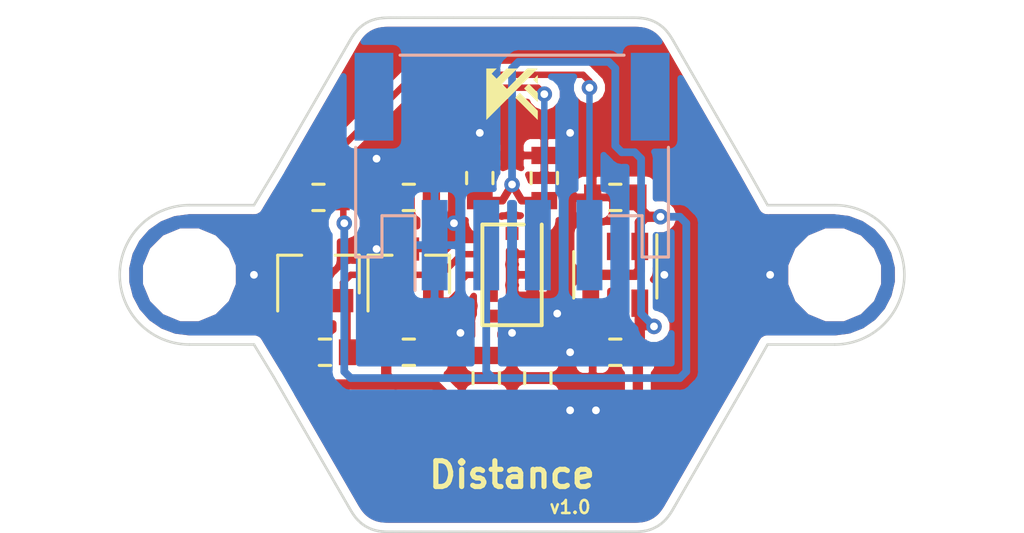
<source format=kicad_pcb>
(kicad_pcb (version 20171130) (host pcbnew 5.0.2-5.fc29)

  (general
    (thickness 1.6)
    (drawings 224)
    (tracks 143)
    (zones 0)
    (modules 18)
    (nets 10)
  )

  (page A4)
  (layers
    (0 F.Cu signal)
    (31 B.Cu signal)
    (32 B.Adhes user)
    (33 F.Adhes user)
    (34 B.Paste user)
    (35 F.Paste user)
    (36 B.SilkS user)
    (37 F.SilkS user)
    (38 B.Mask user)
    (39 F.Mask user)
    (40 Dwgs.User user)
    (41 Cmts.User user)
    (42 Eco1.User user)
    (43 Eco2.User user)
    (44 Edge.Cuts user)
    (45 Margin user)
    (46 B.CrtYd user)
    (47 F.CrtYd user)
    (48 B.Fab user)
    (49 F.Fab user)
  )

  (setup
    (last_trace_width 0.25)
    (user_trace_width 0.15)
    (user_trace_width 0.2)
    (user_trace_width 0.25)
    (user_trace_width 0.3)
    (user_trace_width 0.35)
    (user_trace_width 0.4)
    (user_trace_width 0.5)
    (trace_clearance 0.2)
    (zone_clearance 0.3)
    (zone_45_only no)
    (trace_min 0.15)
    (segment_width 0.2)
    (edge_width 0.15)
    (via_size 0.6)
    (via_drill 0.3)
    (via_min_size 0.6)
    (via_min_drill 0.3)
    (user_via 0.6 0.3)
    (uvia_size 0.3)
    (uvia_drill 0.1)
    (uvias_allowed no)
    (uvia_min_size 0.2)
    (uvia_min_drill 0.1)
    (pcb_text_width 0.3)
    (pcb_text_size 1.5 1.5)
    (mod_edge_width 0.15)
    (mod_text_size 1 1)
    (mod_text_width 0.15)
    (pad_size 1.5 3)
    (pad_drill 0)
    (pad_to_mask_clearance 0.2)
    (solder_mask_min_width 0.25)
    (aux_axis_origin 0 0)
    (visible_elements 7FFFFFFF)
    (pcbplotparams
      (layerselection 0x010fc_ffffffff)
      (usegerberextensions false)
      (usegerberattributes false)
      (usegerberadvancedattributes false)
      (creategerberjobfile false)
      (excludeedgelayer true)
      (linewidth 0.100000)
      (plotframeref false)
      (viasonmask false)
      (mode 1)
      (useauxorigin false)
      (hpglpennumber 1)
      (hpglpenspeed 20)
      (hpglpendiameter 15.000000)
      (psnegative false)
      (psa4output false)
      (plotreference true)
      (plotvalue true)
      (plotinvisibletext false)
      (padsonsilk false)
      (subtractmaskfromsilk false)
      (outputformat 1)
      (mirror false)
      (drillshape 0)
      (scaleselection 1)
      (outputdirectory "gerber/"))
  )

  (net 0 "")
  (net 1 GND)
  (net 2 VCC)
  (net 3 SDA)
  (net 4 SCL)
  (net 5 SDA_S)
  (net 6 SCL_S)
  (net 7 +3V3)
  (net 8 "Net-(R1-Pad2)")
  (net 9 "Net-(R6-Pad2)")

  (net_class Default "This is the default net class."
    (clearance 0.2)
    (trace_width 0.25)
    (via_dia 0.6)
    (via_drill 0.3)
    (uvia_dia 0.3)
    (uvia_drill 0.1)
    (add_net +3V3)
    (add_net GND)
    (add_net "Net-(R1-Pad2)")
    (add_net "Net-(R6-Pad2)")
    (add_net SCL)
    (add_net SCL_S)
    (add_net SDA)
    (add_net SDA_S)
    (add_net VCC)
  )

  (module MountingHole:MountingHole_3mm locked (layer F.Cu) (tedit 5C759CFD) (tstamp 5C75A9CD)
    (at 129 105)
    (descr "Mounting Hole 3mm, no annular")
    (tags "mounting hole 3mm no annular")
    (attr virtual)
    (fp_text reference REF** (at 0 -4) (layer F.SilkS) hide
      (effects (font (size 1 1) (thickness 0.15)))
    )
    (fp_text value MountingHole_3mm (at 0 4) (layer F.Fab)
      (effects (font (size 1 1) (thickness 0.15)))
    )
    (fp_text user %R (at 0.3 0) (layer F.Fab)
      (effects (font (size 1 1) (thickness 0.15)))
    )
    (fp_circle (center 0 0) (end 3 0) (layer Cmts.User) (width 0.15))
    (fp_circle (center 0 0) (end 3.25 0) (layer F.CrtYd) (width 0.05))
    (pad 1 np_thru_hole circle (at 0 0) (size 3 3) (drill 3) (layers *.Cu *.Mask))
  )

  (module Package_TO_SOT_SMD:SOT-23 (layer F.Cu) (tedit 5ABE519D) (tstamp 5ACECE0A)
    (at 137.5 105 90)
    (descr "SOT-23, Standard")
    (tags SOT-23)
    (path /5ABEAC8D)
    (attr smd)
    (fp_text reference Q1 (at 0 -2.5 90) (layer F.SilkS) hide
      (effects (font (size 1 1) (thickness 0.15)))
    )
    (fp_text value BSS138 (at 0 2.5 90) (layer F.Fab)
      (effects (font (size 1 1) (thickness 0.15)))
    )
    (fp_text user %R (at 0 0 -180) (layer F.Fab)
      (effects (font (size 0.5 0.5) (thickness 0.075)))
    )
    (fp_line (start -0.7 -0.95) (end -0.7 1.5) (layer F.Fab) (width 0.1))
    (fp_line (start -0.15 -1.52) (end 0.7 -1.52) (layer F.Fab) (width 0.1))
    (fp_line (start -0.7 -0.95) (end -0.15 -1.52) (layer F.Fab) (width 0.1))
    (fp_line (start 0.7 -1.52) (end 0.7 1.52) (layer F.Fab) (width 0.1))
    (fp_line (start -0.7 1.52) (end 0.7 1.52) (layer F.Fab) (width 0.1))
    (fp_line (start 0.76 1.58) (end 0.76 0.65) (layer F.SilkS) (width 0.12))
    (fp_line (start 0.76 -1.58) (end 0.76 -0.65) (layer F.SilkS) (width 0.12))
    (fp_line (start -1.7 -1.75) (end 1.7 -1.75) (layer F.CrtYd) (width 0.05))
    (fp_line (start 1.7 -1.75) (end 1.7 1.75) (layer F.CrtYd) (width 0.05))
    (fp_line (start 1.7 1.75) (end -1.7 1.75) (layer F.CrtYd) (width 0.05))
    (fp_line (start -1.7 1.75) (end -1.7 -1.75) (layer F.CrtYd) (width 0.05))
    (fp_line (start 0.76 -1.58) (end -1.4 -1.58) (layer F.SilkS) (width 0.12))
    (fp_line (start 0.76 1.58) (end -0.7 1.58) (layer F.SilkS) (width 0.12))
    (pad 1 smd rect (at -1 -0.95 90) (size 0.9 0.8) (layers F.Cu F.Paste F.Mask)
      (net 7 +3V3))
    (pad 2 smd rect (at -1 0.95 90) (size 0.9 0.8) (layers F.Cu F.Paste F.Mask)
      (net 5 SDA_S))
    (pad 3 smd rect (at 1 0 90) (size 0.9 0.8) (layers F.Cu F.Paste F.Mask)
      (net 3 SDA))
    (model ${KISYS3DMOD}/Package_TO_SOT_SMD.3dshapes/SOT-23.wrl
      (at (xyz 0 0 0))
      (scale (xyz 1 1 1))
      (rotate (xyz 0 0 0))
    )
  )

  (module Package_TO_SOT_SMD:SOT-23 (layer F.Cu) (tedit 5ABE518E) (tstamp 5ACEC36E)
    (at 134 105 90)
    (descr "SOT-23, Standard")
    (tags SOT-23)
    (path /5ABEAF9B)
    (attr smd)
    (fp_text reference Q2 (at 0 -2.5 90) (layer F.SilkS) hide
      (effects (font (size 1 1) (thickness 0.15)))
    )
    (fp_text value BSS138 (at 0 2.5 90) (layer F.Fab)
      (effects (font (size 1 1) (thickness 0.15)))
    )
    (fp_line (start 0.76 1.58) (end -0.7 1.58) (layer F.SilkS) (width 0.12))
    (fp_line (start 0.76 -1.58) (end -1.4 -1.58) (layer F.SilkS) (width 0.12))
    (fp_line (start -1.7 1.75) (end -1.7 -1.75) (layer F.CrtYd) (width 0.05))
    (fp_line (start 1.7 1.75) (end -1.7 1.75) (layer F.CrtYd) (width 0.05))
    (fp_line (start 1.7 -1.75) (end 1.7 1.75) (layer F.CrtYd) (width 0.05))
    (fp_line (start -1.7 -1.75) (end 1.7 -1.75) (layer F.CrtYd) (width 0.05))
    (fp_line (start 0.76 -1.58) (end 0.76 -0.65) (layer F.SilkS) (width 0.12))
    (fp_line (start 0.76 1.58) (end 0.76 0.65) (layer F.SilkS) (width 0.12))
    (fp_line (start -0.7 1.52) (end 0.7 1.52) (layer F.Fab) (width 0.1))
    (fp_line (start 0.7 -1.52) (end 0.7 1.52) (layer F.Fab) (width 0.1))
    (fp_line (start -0.7 -0.95) (end -0.15 -1.52) (layer F.Fab) (width 0.1))
    (fp_line (start -0.15 -1.52) (end 0.7 -1.52) (layer F.Fab) (width 0.1))
    (fp_line (start -0.7 -0.95) (end -0.7 1.5) (layer F.Fab) (width 0.1))
    (fp_text user %R (at 0 0 -180) (layer F.Fab)
      (effects (font (size 0.5 0.5) (thickness 0.075)))
    )
    (pad 3 smd rect (at 1 0 90) (size 0.9 0.8) (layers F.Cu F.Paste F.Mask)
      (net 4 SCL))
    (pad 2 smd rect (at -1 0.95 90) (size 0.9 0.8) (layers F.Cu F.Paste F.Mask)
      (net 6 SCL_S))
    (pad 1 smd rect (at -1 -0.95 90) (size 0.9 0.8) (layers F.Cu F.Paste F.Mask)
      (net 7 +3V3))
    (model ${KISYS3DMOD}/Package_TO_SOT_SMD.3dshapes/SOT-23.wrl
      (at (xyz 0 0 0))
      (scale (xyz 1 1 1))
      (rotate (xyz 0 0 0))
    )
  )

  (module Package_TO_SOT_SMD:SOT-23-5 (layer F.Cu) (tedit 5ABE5182) (tstamp 5ACEBD60)
    (at 145.5 105 270)
    (descr "5-pin SOT23 package")
    (tags SOT-23-5)
    (path /5ABFA087)
    (attr smd)
    (fp_text reference U2 (at 0 -2.9 270) (layer F.SilkS) hide
      (effects (font (size 1 1) (thickness 0.15)))
    )
    (fp_text value AP2127K-3.3 (at 0 2.9 270) (layer F.Fab)
      (effects (font (size 1 1) (thickness 0.15)))
    )
    (fp_text user %R (at 0 0) (layer F.Fab)
      (effects (font (size 0.5 0.5) (thickness 0.075)))
    )
    (fp_line (start -0.9 1.61) (end 0.9 1.61) (layer F.SilkS) (width 0.12))
    (fp_line (start 0.9 -1.61) (end -1.55 -1.61) (layer F.SilkS) (width 0.12))
    (fp_line (start -1.9 -1.8) (end 1.9 -1.8) (layer F.CrtYd) (width 0.05))
    (fp_line (start 1.9 -1.8) (end 1.9 1.8) (layer F.CrtYd) (width 0.05))
    (fp_line (start 1.9 1.8) (end -1.9 1.8) (layer F.CrtYd) (width 0.05))
    (fp_line (start -1.9 1.8) (end -1.9 -1.8) (layer F.CrtYd) (width 0.05))
    (fp_line (start -0.9 -0.9) (end -0.25 -1.55) (layer F.Fab) (width 0.1))
    (fp_line (start 0.9 -1.55) (end -0.25 -1.55) (layer F.Fab) (width 0.1))
    (fp_line (start -0.9 -0.9) (end -0.9 1.55) (layer F.Fab) (width 0.1))
    (fp_line (start 0.9 1.55) (end -0.9 1.55) (layer F.Fab) (width 0.1))
    (fp_line (start 0.9 -1.55) (end 0.9 1.55) (layer F.Fab) (width 0.1))
    (pad 1 smd rect (at -1.1 -0.95 270) (size 1.06 0.65) (layers F.Cu F.Paste F.Mask)
      (net 2 VCC))
    (pad 2 smd rect (at -1.1 0 270) (size 1.06 0.65) (layers F.Cu F.Paste F.Mask)
      (net 1 GND))
    (pad 3 smd rect (at -1.1 0.95 270) (size 1.06 0.65) (layers F.Cu F.Paste F.Mask)
      (net 2 VCC))
    (pad 4 smd rect (at 1.1 0.95 270) (size 1.06 0.65) (layers F.Cu F.Paste F.Mask))
    (pad 5 smd rect (at 1.1 -0.95 270) (size 1.06 0.65) (layers F.Cu F.Paste F.Mask)
      (net 7 +3V3))
    (model ${KISYS3DMOD}/Package_TO_SOT_SMD.3dshapes/SOT-23-5.wrl
      (at (xyz 0 0 0))
      (scale (xyz 1 1 1))
      (rotate (xyz 0 0 0))
    )
  )

  (module Capacitor_SMD:C_0603_1608Metric (layer F.Cu) (tedit 5B27C34E) (tstamp 5B5C9827)
    (at 140.25 101.25 90)
    (descr "Capacitor SMD 0603 (1608 Metric), square (rectangular) end terminal, IPC_7351 nominal, (Body size source: http://www.tortai-tech.com/upload/download/2011102023233369053.pdf), generated with kicad-footprint-generator")
    (tags capacitor)
    (path /5B27E6D4)
    (attr smd)
    (fp_text reference C1 (at 0 -1.65 90) (layer F.SilkS) hide
      (effects (font (size 1 1) (thickness 0.15)))
    )
    (fp_text value 4.7uF (at 0 1.65 90) (layer F.Fab)
      (effects (font (size 1 1) (thickness 0.15)))
    )
    (fp_text user %R (at 0 0 90) (layer F.Fab)
      (effects (font (size 0.5 0.5) (thickness 0.08)))
    )
    (fp_line (start 1.46 0.75) (end -1.46 0.75) (layer F.CrtYd) (width 0.05))
    (fp_line (start 1.46 -0.75) (end 1.46 0.75) (layer F.CrtYd) (width 0.05))
    (fp_line (start -1.46 -0.75) (end 1.46 -0.75) (layer F.CrtYd) (width 0.05))
    (fp_line (start -1.46 0.75) (end -1.46 -0.75) (layer F.CrtYd) (width 0.05))
    (fp_line (start -0.22 0.51) (end 0.22 0.51) (layer F.SilkS) (width 0.12))
    (fp_line (start -0.22 -0.51) (end 0.22 -0.51) (layer F.SilkS) (width 0.12))
    (fp_line (start 0.8 0.4) (end -0.8 0.4) (layer F.Fab) (width 0.1))
    (fp_line (start 0.8 -0.4) (end 0.8 0.4) (layer F.Fab) (width 0.1))
    (fp_line (start -0.8 -0.4) (end 0.8 -0.4) (layer F.Fab) (width 0.1))
    (fp_line (start -0.8 0.4) (end -0.8 -0.4) (layer F.Fab) (width 0.1))
    (pad 2 smd rect (at 0.875 0 90) (size 0.67 1) (layers F.Cu F.Paste F.Mask)
      (net 1 GND))
    (pad 1 smd rect (at -0.875 0 90) (size 0.67 1) (layers F.Cu F.Paste F.Mask)
      (net 7 +3V3))
    (model ${KISYS3DMOD}/Capacitor_SMD.3dshapes/C_0603_1608Metric.wrl
      (at (xyz 0 0 0))
      (scale (xyz 1 1 1))
      (rotate (xyz 0 0 0))
    )
  )

  (module Capacitor_SMD:C_0603_1608Metric (layer F.Cu) (tedit 5B27C341) (tstamp 5B5C9837)
    (at 142.75 101.25 90)
    (descr "Capacitor SMD 0603 (1608 Metric), square (rectangular) end terminal, IPC_7351 nominal, (Body size source: http://www.tortai-tech.com/upload/download/2011102023233369053.pdf), generated with kicad-footprint-generator")
    (tags capacitor)
    (path /5ABE2574)
    (attr smd)
    (fp_text reference C2 (at 0 -1.65 90) (layer F.SilkS) hide
      (effects (font (size 1 1) (thickness 0.15)))
    )
    (fp_text value 0.1uF (at 0 1.65 90) (layer F.Fab)
      (effects (font (size 1 1) (thickness 0.15)))
    )
    (fp_line (start -0.8 0.4) (end -0.8 -0.4) (layer F.Fab) (width 0.1))
    (fp_line (start -0.8 -0.4) (end 0.8 -0.4) (layer F.Fab) (width 0.1))
    (fp_line (start 0.8 -0.4) (end 0.8 0.4) (layer F.Fab) (width 0.1))
    (fp_line (start 0.8 0.4) (end -0.8 0.4) (layer F.Fab) (width 0.1))
    (fp_line (start -0.22 -0.51) (end 0.22 -0.51) (layer F.SilkS) (width 0.12))
    (fp_line (start -0.22 0.51) (end 0.22 0.51) (layer F.SilkS) (width 0.12))
    (fp_line (start -1.46 0.75) (end -1.46 -0.75) (layer F.CrtYd) (width 0.05))
    (fp_line (start -1.46 -0.75) (end 1.46 -0.75) (layer F.CrtYd) (width 0.05))
    (fp_line (start 1.46 -0.75) (end 1.46 0.75) (layer F.CrtYd) (width 0.05))
    (fp_line (start 1.46 0.75) (end -1.46 0.75) (layer F.CrtYd) (width 0.05))
    (fp_text user %R (at 0 0 90) (layer F.Fab)
      (effects (font (size 0.5 0.5) (thickness 0.08)))
    )
    (pad 1 smd rect (at -0.875 0 90) (size 0.67 1) (layers F.Cu F.Paste F.Mask)
      (net 7 +3V3))
    (pad 2 smd rect (at 0.875 0 90) (size 0.67 1) (layers F.Cu F.Paste F.Mask)
      (net 1 GND))
    (model ${KISYS3DMOD}/Capacitor_SMD.3dshapes/C_0603_1608Metric.wrl
      (at (xyz 0 0 0))
      (scale (xyz 1 1 1))
      (rotate (xyz 0 0 0))
    )
  )

  (module Capacitor_SMD:C_0603_1608Metric (layer F.Cu) (tedit 5B27C348) (tstamp 5B5C9847)
    (at 145.5 102 180)
    (descr "Capacitor SMD 0603 (1608 Metric), square (rectangular) end terminal, IPC_7351 nominal, (Body size source: http://www.tortai-tech.com/upload/download/2011102023233369053.pdf), generated with kicad-footprint-generator")
    (tags capacitor)
    (path /5ABFCA41)
    (attr smd)
    (fp_text reference C4 (at 0 -1.65 180) (layer F.SilkS) hide
      (effects (font (size 1 1) (thickness 0.15)))
    )
    (fp_text value 1uF (at 0 1.65 180) (layer F.Fab)
      (effects (font (size 1 1) (thickness 0.15)))
    )
    (fp_text user %R (at 0 0 180) (layer F.Fab)
      (effects (font (size 0.5 0.5) (thickness 0.08)))
    )
    (fp_line (start 1.46 0.75) (end -1.46 0.75) (layer F.CrtYd) (width 0.05))
    (fp_line (start 1.46 -0.75) (end 1.46 0.75) (layer F.CrtYd) (width 0.05))
    (fp_line (start -1.46 -0.75) (end 1.46 -0.75) (layer F.CrtYd) (width 0.05))
    (fp_line (start -1.46 0.75) (end -1.46 -0.75) (layer F.CrtYd) (width 0.05))
    (fp_line (start -0.22 0.51) (end 0.22 0.51) (layer F.SilkS) (width 0.12))
    (fp_line (start -0.22 -0.51) (end 0.22 -0.51) (layer F.SilkS) (width 0.12))
    (fp_line (start 0.8 0.4) (end -0.8 0.4) (layer F.Fab) (width 0.1))
    (fp_line (start 0.8 -0.4) (end 0.8 0.4) (layer F.Fab) (width 0.1))
    (fp_line (start -0.8 -0.4) (end 0.8 -0.4) (layer F.Fab) (width 0.1))
    (fp_line (start -0.8 0.4) (end -0.8 -0.4) (layer F.Fab) (width 0.1))
    (pad 2 smd rect (at 0.875 0 180) (size 0.67 1) (layers F.Cu F.Paste F.Mask)
      (net 1 GND))
    (pad 1 smd rect (at -0.875 0 180) (size 0.67 1) (layers F.Cu F.Paste F.Mask)
      (net 2 VCC))
    (model ${KISYS3DMOD}/Capacitor_SMD.3dshapes/C_0603_1608Metric.wrl
      (at (xyz 0 0 0))
      (scale (xyz 1 1 1))
      (rotate (xyz 0 0 0))
    )
  )

  (module Capacitor_SMD:C_0603_1608Metric (layer F.Cu) (tedit 5B27C343) (tstamp 5B5C9857)
    (at 145.5 108 180)
    (descr "Capacitor SMD 0603 (1608 Metric), square (rectangular) end terminal, IPC_7351 nominal, (Body size source: http://www.tortai-tech.com/upload/download/2011102023233369053.pdf), generated with kicad-footprint-generator")
    (tags capacitor)
    (path /5AC0177F)
    (attr smd)
    (fp_text reference C5 (at 0 -1.65 180) (layer F.SilkS) hide
      (effects (font (size 1 1) (thickness 0.15)))
    )
    (fp_text value 1uF (at 0 1.65 180) (layer F.Fab)
      (effects (font (size 1 1) (thickness 0.15)))
    )
    (fp_line (start -0.8 0.4) (end -0.8 -0.4) (layer F.Fab) (width 0.1))
    (fp_line (start -0.8 -0.4) (end 0.8 -0.4) (layer F.Fab) (width 0.1))
    (fp_line (start 0.8 -0.4) (end 0.8 0.4) (layer F.Fab) (width 0.1))
    (fp_line (start 0.8 0.4) (end -0.8 0.4) (layer F.Fab) (width 0.1))
    (fp_line (start -0.22 -0.51) (end 0.22 -0.51) (layer F.SilkS) (width 0.12))
    (fp_line (start -0.22 0.51) (end 0.22 0.51) (layer F.SilkS) (width 0.12))
    (fp_line (start -1.46 0.75) (end -1.46 -0.75) (layer F.CrtYd) (width 0.05))
    (fp_line (start -1.46 -0.75) (end 1.46 -0.75) (layer F.CrtYd) (width 0.05))
    (fp_line (start 1.46 -0.75) (end 1.46 0.75) (layer F.CrtYd) (width 0.05))
    (fp_line (start 1.46 0.75) (end -1.46 0.75) (layer F.CrtYd) (width 0.05))
    (fp_text user %R (at 0 0 180) (layer F.Fab)
      (effects (font (size 0.5 0.5) (thickness 0.08)))
    )
    (pad 1 smd rect (at -0.875 0 180) (size 0.67 1) (layers F.Cu F.Paste F.Mask)
      (net 7 +3V3))
    (pad 2 smd rect (at 0.875 0 180) (size 0.67 1) (layers F.Cu F.Paste F.Mask)
      (net 1 GND))
    (model ${KISYS3DMOD}/Capacitor_SMD.3dshapes/C_0603_1608Metric.wrl
      (at (xyz 0 0 0))
      (scale (xyz 1 1 1))
      (rotate (xyz 0 0 0))
    )
  )

  (module Resistor_SMD:R_0603_1608Metric (layer F.Cu) (tedit 5B27C31F) (tstamp 5B5C9BE8)
    (at 140.5 109 90)
    (descr "Resistor SMD 0603 (1608 Metric), square (rectangular) end terminal, IPC_7351 nominal, (Body size source: http://www.tortai-tech.com/upload/download/2011102023233369053.pdf), generated with kicad-footprint-generator")
    (tags resistor)
    (path /5B29A87D)
    (attr smd)
    (fp_text reference R1 (at 0 -1.65 90) (layer F.SilkS) hide
      (effects (font (size 1 1) (thickness 0.15)))
    )
    (fp_text value 10k (at 0 1.65 90) (layer F.Fab)
      (effects (font (size 1 1) (thickness 0.15)))
    )
    (fp_line (start -0.8 0.4) (end -0.8 -0.4) (layer F.Fab) (width 0.1))
    (fp_line (start -0.8 -0.4) (end 0.8 -0.4) (layer F.Fab) (width 0.1))
    (fp_line (start 0.8 -0.4) (end 0.8 0.4) (layer F.Fab) (width 0.1))
    (fp_line (start 0.8 0.4) (end -0.8 0.4) (layer F.Fab) (width 0.1))
    (fp_line (start -0.22 -0.51) (end 0.22 -0.51) (layer F.SilkS) (width 0.12))
    (fp_line (start -0.22 0.51) (end 0.22 0.51) (layer F.SilkS) (width 0.12))
    (fp_line (start -1.46 0.75) (end -1.46 -0.75) (layer F.CrtYd) (width 0.05))
    (fp_line (start -1.46 -0.75) (end 1.46 -0.75) (layer F.CrtYd) (width 0.05))
    (fp_line (start 1.46 -0.75) (end 1.46 0.75) (layer F.CrtYd) (width 0.05))
    (fp_line (start 1.46 0.75) (end -1.46 0.75) (layer F.CrtYd) (width 0.05))
    (fp_text user %R (at 0 0 90) (layer F.Fab)
      (effects (font (size 0.5 0.5) (thickness 0.08)))
    )
    (pad 1 smd rect (at -0.875 0 90) (size 0.67 1) (layers F.Cu F.Paste F.Mask)
      (net 7 +3V3))
    (pad 2 smd rect (at 0.875 0 90) (size 0.67 1) (layers F.Cu F.Paste F.Mask)
      (net 8 "Net-(R1-Pad2)"))
    (model ${KISYS3DMOD}/Resistor_SMD.3dshapes/R_0603_1608Metric.wrl
      (at (xyz 0 0 0))
      (scale (xyz 1 1 1))
      (rotate (xyz 0 0 0))
    )
  )

  (module Resistor_SMD:R_0603_1608Metric (layer F.Cu) (tedit 5B27C332) (tstamp 5B5C9878)
    (at 137.5 102 180)
    (descr "Resistor SMD 0603 (1608 Metric), square (rectangular) end terminal, IPC_7351 nominal, (Body size source: http://www.tortai-tech.com/upload/download/2011102023233369053.pdf), generated with kicad-footprint-generator")
    (tags resistor)
    (path /5ABF1B9E)
    (attr smd)
    (fp_text reference R2 (at 0 -1.65 180) (layer F.SilkS) hide
      (effects (font (size 1 1) (thickness 0.15)))
    )
    (fp_text value 10k (at 0 1.65 180) (layer F.Fab)
      (effects (font (size 1 1) (thickness 0.15)))
    )
    (fp_line (start -0.8 0.4) (end -0.8 -0.4) (layer F.Fab) (width 0.1))
    (fp_line (start -0.8 -0.4) (end 0.8 -0.4) (layer F.Fab) (width 0.1))
    (fp_line (start 0.8 -0.4) (end 0.8 0.4) (layer F.Fab) (width 0.1))
    (fp_line (start 0.8 0.4) (end -0.8 0.4) (layer F.Fab) (width 0.1))
    (fp_line (start -0.22 -0.51) (end 0.22 -0.51) (layer F.SilkS) (width 0.12))
    (fp_line (start -0.22 0.51) (end 0.22 0.51) (layer F.SilkS) (width 0.12))
    (fp_line (start -1.46 0.75) (end -1.46 -0.75) (layer F.CrtYd) (width 0.05))
    (fp_line (start -1.46 -0.75) (end 1.46 -0.75) (layer F.CrtYd) (width 0.05))
    (fp_line (start 1.46 -0.75) (end 1.46 0.75) (layer F.CrtYd) (width 0.05))
    (fp_line (start 1.46 0.75) (end -1.46 0.75) (layer F.CrtYd) (width 0.05))
    (fp_text user %R (at 0 0 180) (layer F.Fab)
      (effects (font (size 0.5 0.5) (thickness 0.08)))
    )
    (pad 1 smd rect (at -0.875 0 180) (size 0.67 1) (layers F.Cu F.Paste F.Mask)
      (net 3 SDA))
    (pad 2 smd rect (at 0.875 0 180) (size 0.67 1) (layers F.Cu F.Paste F.Mask)
      (net 2 VCC))
    (model ${KISYS3DMOD}/Resistor_SMD.3dshapes/R_0603_1608Metric.wrl
      (at (xyz 0 0 0))
      (scale (xyz 1 1 1))
      (rotate (xyz 0 0 0))
    )
  )

  (module Resistor_SMD:R_0603_1608Metric (layer F.Cu) (tedit 5B27C33E) (tstamp 5B5C9888)
    (at 137.5 108 180)
    (descr "Resistor SMD 0603 (1608 Metric), square (rectangular) end terminal, IPC_7351 nominal, (Body size source: http://www.tortai-tech.com/upload/download/2011102023233369053.pdf), generated with kicad-footprint-generator")
    (tags resistor)
    (path /5ABEC103)
    (attr smd)
    (fp_text reference R3 (at 0 -1.65 180) (layer F.SilkS) hide
      (effects (font (size 1 1) (thickness 0.15)))
    )
    (fp_text value 10k (at 0 1.65 180) (layer F.Fab)
      (effects (font (size 1 1) (thickness 0.15)))
    )
    (fp_line (start -0.8 0.4) (end -0.8 -0.4) (layer F.Fab) (width 0.1))
    (fp_line (start -0.8 -0.4) (end 0.8 -0.4) (layer F.Fab) (width 0.1))
    (fp_line (start 0.8 -0.4) (end 0.8 0.4) (layer F.Fab) (width 0.1))
    (fp_line (start 0.8 0.4) (end -0.8 0.4) (layer F.Fab) (width 0.1))
    (fp_line (start -0.22 -0.51) (end 0.22 -0.51) (layer F.SilkS) (width 0.12))
    (fp_line (start -0.22 0.51) (end 0.22 0.51) (layer F.SilkS) (width 0.12))
    (fp_line (start -1.46 0.75) (end -1.46 -0.75) (layer F.CrtYd) (width 0.05))
    (fp_line (start -1.46 -0.75) (end 1.46 -0.75) (layer F.CrtYd) (width 0.05))
    (fp_line (start 1.46 -0.75) (end 1.46 0.75) (layer F.CrtYd) (width 0.05))
    (fp_line (start 1.46 0.75) (end -1.46 0.75) (layer F.CrtYd) (width 0.05))
    (fp_text user %R (at 0 0 180) (layer F.Fab)
      (effects (font (size 0.5 0.5) (thickness 0.08)))
    )
    (pad 1 smd rect (at -0.875 0 180) (size 0.67 1) (layers F.Cu F.Paste F.Mask)
      (net 5 SDA_S))
    (pad 2 smd rect (at 0.875 0 180) (size 0.67 1) (layers F.Cu F.Paste F.Mask)
      (net 7 +3V3))
    (model ${KISYS3DMOD}/Resistor_SMD.3dshapes/R_0603_1608Metric.wrl
      (at (xyz 0 0 0))
      (scale (xyz 1 1 1))
      (rotate (xyz 0 0 0))
    )
  )

  (module Resistor_SMD:R_0603_1608Metric (layer F.Cu) (tedit 5B27C32F) (tstamp 5B5C9898)
    (at 134 102)
    (descr "Resistor SMD 0603 (1608 Metric), square (rectangular) end terminal, IPC_7351 nominal, (Body size source: http://www.tortai-tech.com/upload/download/2011102023233369053.pdf), generated with kicad-footprint-generator")
    (tags resistor)
    (path /5ABF2EDC)
    (attr smd)
    (fp_text reference R4 (at 0 -1.65) (layer F.SilkS) hide
      (effects (font (size 1 1) (thickness 0.15)))
    )
    (fp_text value 10k (at 0 1.65) (layer F.Fab)
      (effects (font (size 1 1) (thickness 0.15)))
    )
    (fp_text user %R (at 0 0) (layer F.Fab)
      (effects (font (size 0.5 0.5) (thickness 0.08)))
    )
    (fp_line (start 1.46 0.75) (end -1.46 0.75) (layer F.CrtYd) (width 0.05))
    (fp_line (start 1.46 -0.75) (end 1.46 0.75) (layer F.CrtYd) (width 0.05))
    (fp_line (start -1.46 -0.75) (end 1.46 -0.75) (layer F.CrtYd) (width 0.05))
    (fp_line (start -1.46 0.75) (end -1.46 -0.75) (layer F.CrtYd) (width 0.05))
    (fp_line (start -0.22 0.51) (end 0.22 0.51) (layer F.SilkS) (width 0.12))
    (fp_line (start -0.22 -0.51) (end 0.22 -0.51) (layer F.SilkS) (width 0.12))
    (fp_line (start 0.8 0.4) (end -0.8 0.4) (layer F.Fab) (width 0.1))
    (fp_line (start 0.8 -0.4) (end 0.8 0.4) (layer F.Fab) (width 0.1))
    (fp_line (start -0.8 -0.4) (end 0.8 -0.4) (layer F.Fab) (width 0.1))
    (fp_line (start -0.8 0.4) (end -0.8 -0.4) (layer F.Fab) (width 0.1))
    (pad 2 smd rect (at 0.875 0) (size 0.67 1) (layers F.Cu F.Paste F.Mask)
      (net 2 VCC))
    (pad 1 smd rect (at -0.875 0) (size 0.67 1) (layers F.Cu F.Paste F.Mask)
      (net 4 SCL))
    (model ${KISYS3DMOD}/Resistor_SMD.3dshapes/R_0603_1608Metric.wrl
      (at (xyz 0 0 0))
      (scale (xyz 1 1 1))
      (rotate (xyz 0 0 0))
    )
  )

  (module Resistor_SMD:R_0603_1608Metric (layer F.Cu) (tedit 5B27C33C) (tstamp 5B5C98A8)
    (at 134.25 108 180)
    (descr "Resistor SMD 0603 (1608 Metric), square (rectangular) end terminal, IPC_7351 nominal, (Body size source: http://www.tortai-tech.com/upload/download/2011102023233369053.pdf), generated with kicad-footprint-generator")
    (tags resistor)
    (path /5ABED6AE)
    (attr smd)
    (fp_text reference R5 (at 0 -1.65 180) (layer F.SilkS) hide
      (effects (font (size 1 1) (thickness 0.15)))
    )
    (fp_text value 10k (at 0 1.65 180) (layer F.Fab)
      (effects (font (size 1 1) (thickness 0.15)))
    )
    (fp_text user %R (at 0 0 180) (layer F.Fab)
      (effects (font (size 0.5 0.5) (thickness 0.08)))
    )
    (fp_line (start 1.46 0.75) (end -1.46 0.75) (layer F.CrtYd) (width 0.05))
    (fp_line (start 1.46 -0.75) (end 1.46 0.75) (layer F.CrtYd) (width 0.05))
    (fp_line (start -1.46 -0.75) (end 1.46 -0.75) (layer F.CrtYd) (width 0.05))
    (fp_line (start -1.46 0.75) (end -1.46 -0.75) (layer F.CrtYd) (width 0.05))
    (fp_line (start -0.22 0.51) (end 0.22 0.51) (layer F.SilkS) (width 0.12))
    (fp_line (start -0.22 -0.51) (end 0.22 -0.51) (layer F.SilkS) (width 0.12))
    (fp_line (start 0.8 0.4) (end -0.8 0.4) (layer F.Fab) (width 0.1))
    (fp_line (start 0.8 -0.4) (end 0.8 0.4) (layer F.Fab) (width 0.1))
    (fp_line (start -0.8 -0.4) (end 0.8 -0.4) (layer F.Fab) (width 0.1))
    (fp_line (start -0.8 0.4) (end -0.8 -0.4) (layer F.Fab) (width 0.1))
    (pad 2 smd rect (at 0.875 0 180) (size 0.67 1) (layers F.Cu F.Paste F.Mask)
      (net 7 +3V3))
    (pad 1 smd rect (at -0.875 0 180) (size 0.67 1) (layers F.Cu F.Paste F.Mask)
      (net 6 SCL_S))
    (model ${KISYS3DMOD}/Resistor_SMD.3dshapes/R_0603_1608Metric.wrl
      (at (xyz 0 0 0))
      (scale (xyz 1 1 1))
      (rotate (xyz 0 0 0))
    )
  )

  (module Resistor_SMD:R_0603_1608Metric (layer F.Cu) (tedit 5B27C32B) (tstamp 5B5C992C)
    (at 142.5 109 90)
    (descr "Resistor SMD 0603 (1608 Metric), square (rectangular) end terminal, IPC_7351 nominal, (Body size source: http://www.tortai-tech.com/upload/download/2011102023233369053.pdf), generated with kicad-footprint-generator")
    (tags resistor)
    (path /5B29BF03)
    (attr smd)
    (fp_text reference R6 (at 0 -1.65 90) (layer F.SilkS) hide
      (effects (font (size 1 1) (thickness 0.15)))
    )
    (fp_text value 10k (at 0 1.65 90) (layer F.Fab)
      (effects (font (size 1 1) (thickness 0.15)))
    )
    (fp_text user %R (at 0 0 90) (layer F.Fab)
      (effects (font (size 0.5 0.5) (thickness 0.08)))
    )
    (fp_line (start 1.46 0.75) (end -1.46 0.75) (layer F.CrtYd) (width 0.05))
    (fp_line (start 1.46 -0.75) (end 1.46 0.75) (layer F.CrtYd) (width 0.05))
    (fp_line (start -1.46 -0.75) (end 1.46 -0.75) (layer F.CrtYd) (width 0.05))
    (fp_line (start -1.46 0.75) (end -1.46 -0.75) (layer F.CrtYd) (width 0.05))
    (fp_line (start -0.22 0.51) (end 0.22 0.51) (layer F.SilkS) (width 0.12))
    (fp_line (start -0.22 -0.51) (end 0.22 -0.51) (layer F.SilkS) (width 0.12))
    (fp_line (start 0.8 0.4) (end -0.8 0.4) (layer F.Fab) (width 0.1))
    (fp_line (start 0.8 -0.4) (end 0.8 0.4) (layer F.Fab) (width 0.1))
    (fp_line (start -0.8 -0.4) (end 0.8 -0.4) (layer F.Fab) (width 0.1))
    (fp_line (start -0.8 0.4) (end -0.8 -0.4) (layer F.Fab) (width 0.1))
    (pad 2 smd rect (at 0.875 0 90) (size 0.67 1) (layers F.Cu F.Paste F.Mask)
      (net 9 "Net-(R6-Pad2)"))
    (pad 1 smd rect (at -0.875 0 90) (size 0.67 1) (layers F.Cu F.Paste F.Mask)
      (net 7 +3V3))
    (model ${KISYS3DMOD}/Resistor_SMD.3dshapes/R_0603_1608Metric.wrl
      (at (xyz 0 0 0))
      (scale (xyz 1 1 1))
      (rotate (xyz 0 0 0))
    )
  )

  (module GiraffeTech-ST:VL53L0X (layer F.Cu) (tedit 5B27C337) (tstamp 5B5C98C9)
    (at 141.5 105 90)
    (path /5B27D9AC)
    (fp_text reference U1 (at 0 -1.95 90) (layer F.SilkS) hide
      (effects (font (size 1 1) (thickness 0.15)))
    )
    (fp_text value VL53L0X (at 0 2.05 90) (layer F.Fab)
      (effects (font (size 1 1) (thickness 0.15)))
    )
    (fp_line (start -1.95 -1.15) (end 1.95 -1.15) (layer F.SilkS) (width 0.15))
    (fp_line (start 1.95 -1.15) (end 1.95 0.45) (layer F.SilkS) (width 0.15))
    (fp_line (start -1.95 -1.15) (end -1.95 1.15) (layer F.SilkS) (width 0.15))
    (fp_line (start -1.95 1.15) (end 1.95 1.15) (layer F.SilkS) (width 0.15))
    (pad 1 smd rect (at 1.64 0.8 90) (size 0.58 0.5) (layers F.Cu F.Paste F.Mask)
      (net 7 +3V3))
    (pad 12 smd rect (at 1.6 0 90) (size 0.5 0.5) (layers F.Cu F.Paste F.Mask)
      (net 1 GND))
    (pad 11 smd rect (at 1.6 -0.8 90) (size 0.5 0.5) (layers F.Cu F.Paste F.Mask)
      (net 7 +3V3))
    (pad 7 smd rect (at -1.6 -0.8 90) (size 0.5 0.5) (layers F.Cu F.Paste F.Mask)
      (net 8 "Net-(R1-Pad2)"))
    (pad 6 smd rect (at -1.6 0 90) (size 0.5 0.5) (layers F.Cu F.Paste F.Mask)
      (net 1 GND))
    (pad 5 smd rect (at -1.6 0.8 90) (size 0.5 0.5) (layers F.Cu F.Paste F.Mask)
      (net 9 "Net-(R6-Pad2)"))
    (pad 2 smd rect (at 0.8 0.8 90) (size 0.5 0.5) (layers F.Cu F.Paste F.Mask)
      (net 1 GND))
    (pad 3 smd rect (at 0 0.8 90) (size 0.5 0.5) (layers F.Cu F.Paste F.Mask)
      (net 1 GND))
    (pad 4 smd rect (at -0.8 0.8 90) (size 0.5 0.5) (layers F.Cu F.Paste F.Mask)
      (net 1 GND))
    (pad 10 smd rect (at 0.8 -0.8 90) (size 0.5 0.5) (layers F.Cu F.Paste F.Mask)
      (net 6 SCL_S))
    (pad 9 smd rect (at 0 -0.8 90) (size 0.5 0.5) (layers F.Cu F.Paste F.Mask)
      (net 5 SDA_S))
    (pad 8 smd rect (at -0.8 -0.8 90) (size 0.5 0.5) (layers F.Cu F.Paste F.Mask))
  )

  (module GiraffeTech-Utility:MakerPlayground_logo_2x2mm (layer F.Cu) (tedit 0) (tstamp 5B712859)
    (at 141.5 98)
    (fp_text reference G*** (at 0 0) (layer F.SilkS) hide
      (effects (font (size 1.524 1.524) (thickness 0.3)))
    )
    (fp_text value LOGO (at 0.75 0) (layer F.SilkS) hide
      (effects (font (size 1.524 1.524) (thickness 0.3)))
    )
    (fp_poly (pts (xy 0.992188 -0.564543) (xy 0.992164 -0.528929) (xy 0.992097 -0.495895) (xy 0.991991 -0.466261)
      (xy 0.991852 -0.440843) (xy 0.991684 -0.420459) (xy 0.991492 -0.405926) (xy 0.991282 -0.398062)
      (xy 0.99116 -0.396875) (xy 0.988207 -0.399571) (xy 0.980351 -0.407199) (xy 0.968291 -0.419067)
      (xy 0.952725 -0.434484) (xy 0.934354 -0.452758) (xy 0.913876 -0.4732) (xy 0.906847 -0.480231)
      (xy 0.823563 -0.563586) (xy 0.907875 -0.647899) (xy 0.992188 -0.732211) (xy 0.992188 -0.564543)) (layer F.SilkS) (width 0.01))
    (fp_poly (pts (xy 0.992272 -0.049513) (xy 0.991238 0.124084) (xy 0.990203 0.297682) (xy 0.731231 0.038685)
      (xy 0.472259 -0.220311) (xy 0.559597 -0.307581) (xy 0.646934 -0.394851) (xy 0.992272 -0.049513)) (layer F.SilkS) (width 0.01))
    (fp_poly (pts (xy 0.306845 -0.036934) (xy 0.315366 -0.028902) (xy 0.328804 -0.015931) (xy 0.346812 0.001638)
      (xy 0.369045 0.023463) (xy 0.39516 0.049204) (xy 0.424812 0.078521) (xy 0.457655 0.111071)
      (xy 0.493344 0.146515) (xy 0.531535 0.184511) (xy 0.571883 0.224719) (xy 0.614044 0.266798)
      (xy 0.649934 0.302669) (xy 0.992273 0.645025) (xy 0.990203 0.990203) (xy 0.559594 0.560703)
      (xy 0.128984 0.131202) (xy 0.214278 0.045757) (xy 0.235683 0.024442) (xy 0.255382 0.005068)
      (xy 0.272657 -0.011676) (xy 0.28679 -0.025103) (xy 0.297063 -0.034528) (xy 0.302757 -0.039261)
      (xy 0.303583 -0.039687) (xy 0.306845 -0.036934)) (layer F.SilkS) (width 0.01))
    (fp_poly (pts (xy 0.790777 -0.991434) (xy 0.988227 -0.990203) (xy -0.992187 0.990197) (xy -0.992187 -0.992187)
      (xy -0.601395 -0.992187) (xy -0.646963 -0.945555) (xy -0.665935 -0.926151) (xy -0.688266 -0.903332)
      (xy -0.711752 -0.879346) (xy -0.734194 -0.856442) (xy -0.745114 -0.845303) (xy -0.797697 -0.791685)
      (xy -0.698482 -0.692529) (xy -0.599266 -0.593373) (xy -0.399829 -0.79278) (xy -0.200393 -0.992187)
      (xy 0.195473 -0.992187) (xy -0.099139 -0.695955) (xy -0.39375 -0.399723) (xy -0.194618 -0.200591)
      (xy 0.199355 -0.596628) (xy 0.593328 -0.992663) (xy 0.790777 -0.991434)) (layer F.SilkS) (width 0.01))
  )

  (module Connector_JST:JST_PH_S4B-PH-SM4-TB_1x04-1MP_P2.00mm_Horizontal (layer B.Cu) (tedit 5B56F037) (tstamp 5B573AD3)
    (at 141.5 101)
    (descr "JST PH series connector, S4B-PH-SM4-TB (http://www.jst-mfg.com/product/pdf/eng/ePH.pdf), generated with kicad-footprint-generator")
    (tags "connector JST PH top entry")
    (path /5ABE0088)
    (attr smd)
    (fp_text reference J1 (at 0 5.8) (layer B.SilkS) hide
      (effects (font (size 1 1) (thickness 0.15)) (justify mirror))
    )
    (fp_text value Connector (at 0 -5.8) (layer B.Fab)
      (effects (font (size 1 1) (thickness 0.15)) (justify mirror))
    )
    (fp_line (start -5.95 3.2) (end -5.15 3.2) (layer B.Fab) (width 0.1))
    (fp_line (start -5.15 3.2) (end -5.15 1.6) (layer B.Fab) (width 0.1))
    (fp_line (start -5.15 1.6) (end 5.15 1.6) (layer B.Fab) (width 0.1))
    (fp_line (start 5.15 1.6) (end 5.15 3.2) (layer B.Fab) (width 0.1))
    (fp_line (start 5.15 3.2) (end 5.95 3.2) (layer B.Fab) (width 0.1))
    (fp_line (start -6.06 -0.94) (end -6.06 3.31) (layer B.SilkS) (width 0.12))
    (fp_line (start -6.06 3.31) (end -5.04 3.31) (layer B.SilkS) (width 0.12))
    (fp_line (start -5.04 3.31) (end -5.04 1.71) (layer B.SilkS) (width 0.12))
    (fp_line (start -5.04 1.71) (end -3.76 1.71) (layer B.SilkS) (width 0.12))
    (fp_line (start -3.76 1.71) (end -3.76 4.6) (layer B.SilkS) (width 0.12))
    (fp_line (start 6.06 -0.94) (end 6.06 3.31) (layer B.SilkS) (width 0.12))
    (fp_line (start 6.06 3.31) (end 5.04 3.31) (layer B.SilkS) (width 0.12))
    (fp_line (start 5.04 3.31) (end 5.04 1.71) (layer B.SilkS) (width 0.12))
    (fp_line (start 5.04 1.71) (end 3.76 1.71) (layer B.SilkS) (width 0.12))
    (fp_line (start -4.34 -4.51) (end 4.34 -4.51) (layer B.SilkS) (width 0.12))
    (fp_line (start -5.95 -4.4) (end 5.95 -4.4) (layer B.Fab) (width 0.1))
    (fp_line (start -5.95 3.2) (end -5.95 -4.4) (layer B.Fab) (width 0.1))
    (fp_line (start 5.95 3.2) (end 5.95 -4.4) (layer B.Fab) (width 0.1))
    (fp_line (start -6.6 5.1) (end -6.6 -5.1) (layer B.CrtYd) (width 0.05))
    (fp_line (start -6.6 -5.1) (end 6.6 -5.1) (layer B.CrtYd) (width 0.05))
    (fp_line (start 6.6 -5.1) (end 6.6 5.1) (layer B.CrtYd) (width 0.05))
    (fp_line (start 6.6 5.1) (end -6.6 5.1) (layer B.CrtYd) (width 0.05))
    (fp_line (start -3.5 1.6) (end -3 0.892893) (layer B.Fab) (width 0.1))
    (fp_line (start -3 0.892893) (end -2.5 1.6) (layer B.Fab) (width 0.1))
    (fp_text user %R (at 0 -1.5) (layer B.Fab)
      (effects (font (size 1 1) (thickness 0.15)) (justify mirror))
    )
    (pad 1 smd rect (at -3 2.85) (size 1 3.5) (layers B.Cu B.Paste B.Mask)
      (net 1 GND))
    (pad 2 smd rect (at -1 2.85) (size 1 3.5) (layers B.Cu B.Paste B.Mask)
      (net 2 VCC))
    (pad 3 smd rect (at 1 2.85) (size 1 3.5) (layers B.Cu B.Paste B.Mask)
      (net 3 SDA))
    (pad 4 smd rect (at 3 2.85) (size 1 3.5) (layers B.Cu B.Paste B.Mask)
      (net 4 SCL))
    (pad MP smd rect (at -5.35 -2.9) (size 1.5 3.4) (layers B.Cu B.Paste B.Mask))
    (pad MP smd rect (at 5.35 -2.9) (size 1.5 3.4) (layers B.Cu B.Paste B.Mask))
    (model ${KISYS3DMOD}/Connector_JST.3dshapes/JST_PH_S4B-PH-SM4-TB_1x04-1MP_P2.00mm_Horizontal.wrl
      (at (xyz 0 0 0))
      (scale (xyz 1 1 1))
      (rotate (xyz 0 0 0))
    )
  )

  (module MountingHole:MountingHole_3mm locked (layer F.Cu) (tedit 5C759CFD) (tstamp 5C75A9C2)
    (at 154 105)
    (descr "Mounting Hole 3mm, no annular")
    (tags "mounting hole 3mm no annular")
    (attr virtual)
    (fp_text reference REF** (at 0 -4) (layer F.SilkS) hide
      (effects (font (size 1 1) (thickness 0.15)))
    )
    (fp_text value MountingHole_3mm (at 0 4) (layer F.Fab)
      (effects (font (size 1 1) (thickness 0.15)))
    )
    (fp_circle (center 0 0) (end 3.25 0) (layer F.CrtYd) (width 0.05))
    (fp_circle (center 0 0) (end 3 0) (layer Cmts.User) (width 0.15))
    (fp_text user %R (at 0.3 0) (layer F.Fab)
      (effects (font (size 1 1) (thickness 0.15)))
    )
    (pad 1 np_thru_hole circle (at 0 0) (size 3 3) (drill 3) (layers *.Cu *.Mask))
  )

  (gr_text v1.0 (at 143.75 114) (layer F.SilkS)
    (effects (font (size 0.5 0.5) (thickness 0.1)))
  )
  (gr_line (start 147.105 114.758) (end 147.177 114.714) (layer Edge.Cuts) (width 0.1))
  (gr_line (start 146.187 114.957) (end 146.232 114.957) (layer Edge.Cuts) (width 0.1))
  (gr_line (start 146.484 114.946) (end 146.56 114.938) (layer Edge.Cuts) (width 0.1))
  (gr_line (start 146.955 114.833) (end 147.031 114.797) (layer Edge.Cuts) (width 0.1))
  (gr_line (start 144.775 114.957) (end 145.197 114.957) (layer Edge.Cuts) (width 0.1))
  (gr_line (start 135.618 114.59) (end 135.682 114.643) (layer Edge.Cuts) (width 0.1))
  (gr_line (start 137.323 114.957) (end 137.603 114.957) (layer Edge.Cuts) (width 0.1))
  (gr_line (start 135.281 114.176) (end 135.316 114.231) (layer Edge.Cuts) (width 0.1))
  (gr_line (start 132.263 108.953) (end 132.655 109.632) (layer Edge.Cuts) (width 0.1))
  (gr_line (start 135.5 114.474) (end 135.557 114.533) (layer Edge.Cuts) (width 0.1))
  (gr_line (start 136.984 114.957) (end 137.122 114.957) (layer Edge.Cuts) (width 0.1))
  (gr_line (start 136.893 114.957) (end 136.984 114.957) (layer Edge.Cuts) (width 0.1))
  (gr_line (start 137.603 114.957) (end 137.977 114.957) (layer Edge.Cuts) (width 0.1))
  (gr_line (start 138.46 114.957) (end 139.059 114.957) (layer Edge.Cuts) (width 0.1))
  (gr_line (start 137.122 114.957) (end 137.323 114.957) (layer Edge.Cuts) (width 0.1))
  (gr_line (start 135.821 114.738) (end 135.894 114.78) (layer Edge.Cuts) (width 0.1))
  (gr_line (start 136.752 114.957) (end 136.793 114.957) (layer Edge.Cuts) (width 0.1))
  (gr_line (start 140.505 114.957) (end 141.296 114.957) (layer Edge.Cuts) (width 0.1))
  (gr_line (start 132.655 109.632) (end 133.054 110.323) (layer Edge.Cuts) (width 0.1))
  (gr_line (start 135.224 114.082) (end 135.25 114.126) (layer Edge.Cuts) (width 0.1))
  (gr_line (start 136.125 114.878) (end 136.205 114.901) (layer Edge.Cuts) (width 0.1))
  (gr_line (start 129 107.7) (end 131.5 107.7) (layer Edge.Cuts) (width 0.1))
  (gr_line (start 148.476 97.1982) (end 148.261 96.8249) (layer Edge.Cuts) (width 0.1))
  (gr_line (start 148.261 96.8249) (end 148.097 96.5403) (layer Edge.Cuts) (width 0.1))
  (gr_line (start 148.097 96.5403) (end 147.976 96.3309) (layer Edge.Cuts) (width 0.1))
  (gr_line (start 147.976 96.3309) (end 147.89 96.1834) (layer Edge.Cuts) (width 0.1))
  (gr_line (start 150.623 100.9166) (end 150.229 100.2335) (layer Edge.Cuts) (width 0.1))
  (gr_line (start 150.229 100.2335) (end 149.83 99.5425) (layer Edge.Cuts) (width 0.1))
  (gr_line (start 135.258 95.857) (end 135.231 95.9027) (layer Edge.Cuts) (width 0.1))
  (gr_line (start 132.367 100.8621) (end 131.5 102.3) (layer Edge.Cuts) (width 0.1))
  (gr_line (start 136.601 95.0415) (end 136.533 95.0452) (layer Edge.Cuts) (width 0.1))
  (gr_line (start 147.051 95.2089) (end 146.975 95.1725) (layer Edge.Cuts) (width 0.1))
  (gr_line (start 144.395 95.0387) (end 143.776 95.0387) (layer Edge.Cuts) (width 0.1))
  (gr_line (start 147.246 114.666) (end 147.312 114.615) (layer Edge.Cuts) (width 0.1))
  (gr_line (start 135.682 114.643) (end 135.75 114.693) (layer Edge.Cuts) (width 0.1))
  (gr_line (start 136.364 114.933) (end 136.441 114.943) (layer Edge.Cuts) (width 0.1))
  (gr_line (start 145.919 114.957) (end 146.03 114.957) (layer Edge.Cuts) (width 0.1))
  (gr_line (start 135.189 95.9752) (end 135.165 96.0163) (layer Edge.Cuts) (width 0.1))
  (gr_line (start 136.914 95.0387) (end 136.848 95.0387) (layer Edge.Cuts) (width 0.1))
  (gr_line (start 135.326 95.7491) (end 135.29 95.8053) (layer Edge.Cuts) (width 0.1))
  (gr_line (start 136.461 95.0513) (end 136.385 95.0604) (layer Edge.Cuts) (width 0.1))
  (gr_line (start 136.147 95.1116) (end 136.068 95.1383) (layer Edge.Cuts) (width 0.1))
  (gr_line (start 145.518 114.957) (end 145.754 114.957) (layer Edge.Cuts) (width 0.1))
  (gr_arc (start 129 105) (end 129 102.3) (angle -180) (layer Edge.Cuts) (width 0.1))
  (gr_line (start 145.754 114.957) (end 145.919 114.957) (layer Edge.Cuts) (width 0.1))
  (gr_line (start 146.101 114.957) (end 146.148 114.957) (layer Edge.Cuts) (width 0.1))
  (gr_line (start 141.512 95.0387) (end 140.717 95.0387) (layer Edge.Cuts) (width 0.1))
  (gr_line (start 146.819 95.1136) (end 146.739 95.0916) (layer Edge.Cuts) (width 0.1))
  (gr_line (start 147.196 95.2946) (end 147.125 95.2497) (layer Edge.Cuts) (width 0.1))
  (gr_line (start 147.73 95.9061) (end 147.704 95.8609) (layer Edge.Cuts) (width 0.1))
  (gr_line (start 146.232 114.957) (end 146.285 114.957) (layer Edge.Cuts) (width 0.1))
  (gr_line (start 147.596 95.6947) (end 147.551 95.6335) (layer Edge.Cuts) (width 0.1))
  (gr_line (start 144.9 95.0387) (end 144.395 95.0387) (layer Edge.Cuts) (width 0.1))
  (gr_line (start 146.246 95.0389) (end 146.199 95.0387) (layer Edge.Cuts) (width 0.1))
  (gr_line (start 146.052 95.0387) (end 145.954 95.0387) (layer Edge.Cuts) (width 0.1))
  (gr_line (start 140.717 95.0387) (end 139.949 95.0387) (layer Edge.Cuts) (width 0.1))
  (gr_line (start 147.833 96.0843) (end 147.796 96.0203) (layer Edge.Cuts) (width 0.1))
  (gr_line (start 143.07 95.0387) (end 142.306 95.0387) (layer Edge.Cuts) (width 0.1))
  (gr_line (start 147.551 95.6335) (end 147.502 95.5718) (layer Edge.Cuts) (width 0.1))
  (gr_line (start 147.449 95.5107) (end 147.391 95.4517) (layer Edge.Cuts) (width 0.1))
  (gr_line (start 147.177 114.714) (end 147.246 114.666) (layer Edge.Cuts) (width 0.1))
  (gr_line (start 134.436 112.716) (end 134.662 113.108) (layer Edge.Cuts) (width 0.1))
  (gr_line (start 135.399 114.351) (end 135.448 114.413) (layer Edge.Cuts) (width 0.1))
  (gr_line (start 139.75 114.957) (end 140.505 114.957) (layer Edge.Cuts) (width 0.1))
  (gr_line (start 133.817 111.644) (end 134.151 112.224) (layer Edge.Cuts) (width 0.1))
  (gr_line (start 147.636 95.7538) (end 147.596 95.6947) (layer Edge.Cuts) (width 0.1))
  (gr_line (start 146.159 95.0387) (end 146.115 95.0387) (layer Edge.Cuts) (width 0.1))
  (gr_line (start 146.148 114.957) (end 146.187 114.957) (layer Edge.Cuts) (width 0.1))
  (gr_line (start 135.055 113.789) (end 135.117 113.896) (layer Edge.Cuts) (width 0.1))
  (gr_line (start 135.448 114.413) (end 135.5 114.474) (layer Edge.Cuts) (width 0.1))
  (gr_line (start 139.059 114.957) (end 139.75 114.957) (layer Edge.Cuts) (width 0.1))
  (gr_line (start 135.75 114.693) (end 135.821 114.738) (layer Edge.Cuts) (width 0.1))
  (gr_line (start 147.672 95.8097) (end 147.636 95.7538) (layer Edge.Cuts) (width 0.1))
  (gr_line (start 139.949 95.0387) (end 139.237 95.0387) (layer Edge.Cuts) (width 0.1))
  (gr_line (start 147.89 96.1834) (end 147.833 96.0843) (layer Edge.Cuts) (width 0.1))
  (gr_line (start 146.363 95.0417) (end 146.301 95.0397) (layer Edge.Cuts) (width 0.1))
  (gr_line (start 145.293 95.0387) (end 144.9 95.0387) (layer Edge.Cuts) (width 0.1))
  (gr_line (start 147.031 114.797) (end 147.105 114.758) (layer Edge.Cuts) (width 0.1))
  (gr_line (start 147.434 114.502) (end 147.488 114.441) (layer Edge.Cuts) (width 0.1))
  (gr_line (start 146.285 114.957) (end 146.346 114.955) (layer Edge.Cuts) (width 0.1))
  (gr_line (start 146.346 114.955) (end 146.413 114.952) (layer Edge.Cuts) (width 0.1))
  (gr_line (start 146.975 95.1725) (end 146.898 95.1407) (layer Edge.Cuts) (width 0.1))
  (gr_line (start 147.704 95.8609) (end 147.672 95.8097) (layer Edge.Cuts) (width 0.1))
  (gr_line (start 143.593 114.957) (end 144.238 114.957) (layer Edge.Cuts) (width 0.1))
  (gr_line (start 134.835 113.408) (end 134.964 113.631) (layer Edge.Cuts) (width 0.1))
  (gr_line (start 135.117 113.896) (end 135.157 113.966) (layer Edge.Cuts) (width 0.1))
  (gr_line (start 136.584 114.954) (end 136.647 114.956) (layer Edge.Cuts) (width 0.1))
  (gr_line (start 135.25 114.126) (end 135.281 114.176) (layer Edge.Cuts) (width 0.1))
  (gr_line (start 131.5 107.7) (end 132.263 108.953) (layer Edge.Cuts) (width 0.1))
  (gr_line (start 147.375 114.56) (end 147.434 114.502) (layer Edge.Cuts) (width 0.1))
  (gr_line (start 136.647 114.956) (end 136.704 114.957) (layer Edge.Cuts) (width 0.1))
  (gr_line (start 136.704 114.957) (end 136.752 114.957) (layer Edge.Cuts) (width 0.1))
  (gr_line (start 147.312 114.615) (end 147.375 114.56) (layer Edge.Cuts) (width 0.1))
  (gr_line (start 141.296 114.957) (end 142.093 114.957) (layer Edge.Cuts) (width 0.1))
  (gr_line (start 135.316 114.231) (end 135.355 114.29) (layer Edge.Cuts) (width 0.1))
  (gr_line (start 146.718 114.91) (end 146.798 114.889) (layer Edge.Cuts) (width 0.1))
  (gr_line (start 137.694 95.0387) (end 137.39 95.0387) (layer Edge.Cuts) (width 0.1))
  (gr_line (start 136.533 95.0452) (end 136.461 95.0513) (layer Edge.Cuts) (width 0.1))
  (gr_line (start 136.068 95.1383) (end 135.99 95.1698) (layer Edge.Cuts) (width 0.1))
  (gr_line (start 137.169 95.0387) (end 137.016 95.0387) (layer Edge.Cuts) (width 0.1))
  (gr_line (start 135.914 95.2058) (end 135.84 95.2462) (layer Edge.Cuts) (width 0.1))
  (gr_line (start 135.769 95.2908) (end 135.7 95.3393) (layer Edge.Cuts) (width 0.1))
  (gr_line (start 136.848 95.0387) (end 136.803 95.0387) (layer Edge.Cuts) (width 0.1))
  (gr_line (start 137.016 95.0387) (end 136.914 95.0387) (layer Edge.Cuts) (width 0.1))
  (gr_line (start 135.461 95.5668) (end 135.412 95.6285) (layer Edge.Cuts) (width 0.1))
  (gr_line (start 135.969 114.817) (end 136.047 114.85) (layer Edge.Cuts) (width 0.1))
  (gr_line (start 136.047 114.85) (end 136.125 114.878) (layer Edge.Cuts) (width 0.1))
  (gr_line (start 146.66 95.0743) (end 146.581 95.0613) (layer Edge.Cuts) (width 0.1))
  (gr_line (start 146.581 95.0613) (end 146.504 95.052) (layer Edge.Cuts) (width 0.1))
  (gr_line (start 144.238 114.957) (end 144.775 114.957) (layer Edge.Cuts) (width 0.1))
  (gr_line (start 145.197 114.957) (end 145.518 114.957) (layer Edge.Cuts) (width 0.1))
  (gr_line (start 147.502 95.5718) (end 147.449 95.5107) (layer Edge.Cuts) (width 0.1))
  (gr_line (start 147.33 95.3958) (end 147.265 95.3433) (layer Edge.Cuts) (width 0.1))
  (gr_line (start 146.199 95.0387) (end 146.159 95.0387) (layer Edge.Cuts) (width 0.1))
  (gr_line (start 147.391 95.4517) (end 147.33 95.3958) (layer Edge.Cuts) (width 0.1))
  (gr_line (start 133.446 111.002) (end 133.817 111.644) (layer Edge.Cuts) (width 0.1))
  (gr_line (start 134.662 113.108) (end 134.835 113.408) (layer Edge.Cuts) (width 0.1))
  (gr_line (start 136.793 114.957) (end 136.835 114.957) (layer Edge.Cuts) (width 0.1))
  (gr_line (start 136.514 114.949) (end 136.584 114.954) (layer Edge.Cuts) (width 0.1))
  (gr_line (start 136.441 114.943) (end 136.514 114.949) (layer Edge.Cuts) (width 0.1))
  (gr_line (start 137.977 114.957) (end 138.46 114.957) (layer Edge.Cuts) (width 0.1))
  (gr_line (start 147.125 95.2497) (end 147.051 95.2089) (layer Edge.Cuts) (width 0.1))
  (gr_line (start 147.265 95.3433) (end 147.196 95.2946) (layer Edge.Cuts) (width 0.1))
  (gr_line (start 136.764 95.0387) (end 136.718 95.0388) (layer Edge.Cuts) (width 0.1))
  (gr_line (start 135.7 95.3393) (end 135.635 95.3914) (layer Edge.Cuts) (width 0.1))
  (gr_line (start 134.874 96.5207) (end 134.713 96.7987) (layer Edge.Cuts) (width 0.1))
  (gr_line (start 136.226 95.09) (end 136.147 95.1116) (layer Edge.Cuts) (width 0.1))
  (gr_line (start 135.84 95.2462) (end 135.769 95.2908) (layer Edge.Cuts) (width 0.1))
  (gr_line (start 135.367 95.6898) (end 135.326 95.7491) (layer Edge.Cuts) (width 0.1))
  (gr_line (start 136.803 95.0387) (end 136.764 95.0387) (layer Edge.Cuts) (width 0.1))
  (gr_line (start 135.515 95.5058) (end 135.461 95.5668) (layer Edge.Cuts) (width 0.1))
  (gr_line (start 135.209 95.9413) (end 135.189 95.9752) (layer Edge.Cuts) (width 0.1))
  (gr_line (start 135.13 96.078) (end 135.074 96.1737) (layer Edge.Cuts) (width 0.1))
  (gr_line (start 136.663 95.0396) (end 136.601 95.0415) (layer Edge.Cuts) (width 0.1))
  (gr_line (start 134.713 96.7987) (end 134.502 97.1643) (layer Edge.Cuts) (width 0.1))
  (gr_line (start 147.796 96.0203) (end 147.772 95.9781) (layer Edge.Cuts) (width 0.1))
  (gr_line (start 146.739 95.0916) (end 146.66 95.0743) (layer Edge.Cuts) (width 0.1))
  (gr_line (start 146.56 114.938) (end 146.638 114.926) (layer Edge.Cuts) (width 0.1))
  (gr_line (start 146.638 114.926) (end 146.718 114.91) (layer Edge.Cuts) (width 0.1))
  (gr_line (start 143.776 95.0387) (end 143.07 95.0387) (layer Edge.Cuts) (width 0.1))
  (gr_line (start 142.306 95.0387) (end 141.512 95.0387) (layer Edge.Cuts) (width 0.1))
  (gr_line (start 147.724 114.101) (end 147.747 114.061) (layer Edge.Cuts) (width 0.1))
  (gr_line (start 150.518 109.262) (end 151.4 107.7) (layer Edge.Cuts) (width 0.1))
  (gr_line (start 147.696 114.148) (end 147.724 114.101) (layer Edge.Cuts) (width 0.1))
  (gr_line (start 147.488 114.441) (end 147.538 114.379) (layer Edge.Cuts) (width 0.1))
  (gr_line (start 148.984 111.919) (end 149.339 111.303) (layer Edge.Cuts) (width 0.1))
  (gr_line (start 148.06 113.519) (end 148.212 113.256) (layer Edge.Cuts) (width 0.1))
  (gr_line (start 147.766 114.027) (end 147.789 113.989) (layer Edge.Cuts) (width 0.1))
  (gr_line (start 147.626 114.258) (end 147.663 114.201) (layer Edge.Cuts) (width 0.1))
  (gr_line (start 147.747 114.061) (end 147.766 114.027) (layer Edge.Cuts) (width 0.1))
  (gr_line (start 148.212 113.256) (end 148.413 112.908) (layer Edge.Cuts) (width 0.1))
  (gr_line (start 147.663 114.201) (end 147.696 114.148) (layer Edge.Cuts) (width 0.1))
  (gr_line (start 147.584 114.318) (end 147.626 114.258) (layer Edge.Cuts) (width 0.1))
  (gr_line (start 150.121 109.95) (end 150.518 109.262) (layer Edge.Cuts) (width 0.1))
  (gr_line (start 149.723 110.638) (end 150.121 109.95) (layer Edge.Cuts) (width 0.1))
  (gr_line (start 149.83 99.5425) (end 149.441 98.8688) (layer Edge.Cuts) (width 0.1))
  (gr_line (start 151.4 102.3) (end 150.623 100.9166) (layer Edge.Cuts) (width 0.1))
  (gr_line (start 149.441 98.8688) (end 149.076 98.2369) (layer Edge.Cuts) (width 0.1))
  (gr_line (start 149.076 98.2369) (end 148.75 97.6719) (layer Edge.Cuts) (width 0.1))
  (gr_line (start 148.75 97.6719) (end 148.476 97.1982) (layer Edge.Cuts) (width 0.1))
  (gr_line (start 129 102.3) (end 131.5 102.3) (layer Edge.Cuts) (width 0.1))
  (gr_line (start 133.911 98.1883) (end 133.549 98.8156) (layer Edge.Cuts) (width 0.1))
  (gr_line (start 133.549 98.8156) (end 133.161 99.4869) (layer Edge.Cuts) (width 0.1))
  (gr_line (start 133.161 99.4869) (end 132.763 100.1774) (layer Edge.Cuts) (width 0.1))
  (gr_line (start 132.763 100.1774) (end 132.367 100.8621) (layer Edge.Cuts) (width 0.1))
  (gr_line (start 136.306 95.0731) (end 136.226 95.09) (layer Edge.Cuts) (width 0.1))
  (gr_line (start 134.964 113.631) (end 135.055 113.789) (layer Edge.Cuts) (width 0.1))
  (gr_line (start 136.285 114.919) (end 136.364 114.933) (layer Edge.Cuts) (width 0.1))
  (gr_line (start 135.165 96.0163) (end 135.13 96.078) (layer Edge.Cuts) (width 0.1))
  (gr_line (start 135.074 96.1737) (end 134.992 96.3168) (layer Edge.Cuts) (width 0.1))
  (gr_line (start 138.611 95.0387) (end 138.096 95.0387) (layer Edge.Cuts) (width 0.1))
  (gr_line (start 134.992 96.3168) (end 134.874 96.5207) (layer Edge.Cuts) (width 0.1))
  (gr_line (start 135.99 95.1698) (end 135.914 95.2058) (layer Edge.Cuts) (width 0.1))
  (gr_line (start 135.635 95.3914) (end 135.573 95.4471) (layer Edge.Cuts) (width 0.1))
  (gr_line (start 139.237 95.0387) (end 138.611 95.0387) (layer Edge.Cuts) (width 0.1))
  (gr_line (start 135.29 95.8053) (end 135.258 95.857) (layer Edge.Cuts) (width 0.1))
  (gr_line (start 135.231 95.9027) (end 135.209 95.9413) (layer Edge.Cuts) (width 0.1))
  (gr_line (start 154 102.3) (end 151.4 102.3) (layer Edge.Cuts) (width 0.1))
  (gr_line (start 135.183 114.011) (end 135.203 114.046) (layer Edge.Cuts) (width 0.1))
  (gr_line (start 135.157 113.966) (end 135.183 114.011) (layer Edge.Cuts) (width 0.1))
  (gr_line (start 146.504 95.052) (end 146.431 95.0456) (layer Edge.Cuts) (width 0.1))
  (gr_line (start 146.115 95.0387) (end 146.052 95.0387) (layer Edge.Cuts) (width 0.1))
  (gr_line (start 145.954 95.0387) (end 145.805 95.0387) (layer Edge.Cuts) (width 0.1))
  (gr_line (start 146.431 95.0456) (end 146.363 95.0417) (layer Edge.Cuts) (width 0.1))
  (gr_line (start 145.805 95.0387) (end 145.59 95.0387) (layer Edge.Cuts) (width 0.1))
  (gr_line (start 147.752 95.9441) (end 147.73 95.9061) (layer Edge.Cuts) (width 0.1))
  (gr_line (start 142.093 114.957) (end 142.868 114.957) (layer Edge.Cuts) (width 0.1))
  (gr_line (start 142.868 114.957) (end 143.593 114.957) (layer Edge.Cuts) (width 0.1))
  (gr_line (start 135.203 114.046) (end 135.224 114.082) (layer Edge.Cuts) (width 0.1))
  (gr_line (start 134.151 112.224) (end 134.436 112.716) (layer Edge.Cuts) (width 0.1))
  (gr_line (start 136.205 114.901) (end 136.285 114.919) (layer Edge.Cuts) (width 0.1))
  (gr_line (start 136.835 114.957) (end 136.893 114.957) (layer Edge.Cuts) (width 0.1))
  (gr_line (start 135.557 114.533) (end 135.618 114.59) (layer Edge.Cuts) (width 0.1))
  (gr_line (start 135.894 114.78) (end 135.969 114.817) (layer Edge.Cuts) (width 0.1))
  (gr_line (start 147.538 114.379) (end 147.584 114.318) (layer Edge.Cuts) (width 0.1))
  (gr_line (start 147.789 113.989) (end 147.822 113.932) (layer Edge.Cuts) (width 0.1))
  (gr_line (start 149.339 111.303) (end 149.723 110.638) (layer Edge.Cuts) (width 0.1))
  (gr_line (start 147.822 113.932) (end 147.873 113.844) (layer Edge.Cuts) (width 0.1))
  (gr_line (start 148.67 112.462) (end 148.984 111.919) (layer Edge.Cuts) (width 0.1))
  (gr_line (start 148.413 112.908) (end 148.67 112.462) (layer Edge.Cuts) (width 0.1))
  (gr_line (start 147.949 113.711) (end 148.06 113.519) (layer Edge.Cuts) (width 0.1))
  (gr_line (start 147.873 113.844) (end 147.949 113.711) (layer Edge.Cuts) (width 0.1))
  (gr_line (start 146.413 114.952) (end 146.484 114.946) (layer Edge.Cuts) (width 0.1))
  (gr_line (start 146.03 114.957) (end 146.101 114.957) (layer Edge.Cuts) (width 0.1))
  (gr_line (start 138.096 95.0387) (end 137.694 95.0387) (layer Edge.Cuts) (width 0.1))
  (gr_line (start 135.412 95.6285) (end 135.367 95.6898) (layer Edge.Cuts) (width 0.1))
  (gr_line (start 136.718 95.0388) (end 136.663 95.0396) (layer Edge.Cuts) (width 0.1))
  (gr_line (start 147.772 95.9781) (end 147.752 95.9441) (layer Edge.Cuts) (width 0.1))
  (gr_line (start 145.59 95.0387) (end 145.293 95.0387) (layer Edge.Cuts) (width 0.1))
  (gr_line (start 133.054 110.323) (end 133.446 111.002) (layer Edge.Cuts) (width 0.1))
  (gr_line (start 135.355 114.29) (end 135.399 114.351) (layer Edge.Cuts) (width 0.1))
  (gr_line (start 146.798 114.889) (end 146.877 114.863) (layer Edge.Cuts) (width 0.1))
  (gr_line (start 146.877 114.863) (end 146.955 114.833) (layer Edge.Cuts) (width 0.1))
  (gr_line (start 137.39 95.0387) (end 137.169 95.0387) (layer Edge.Cuts) (width 0.1))
  (gr_line (start 136.385 95.0604) (end 136.306 95.0731) (layer Edge.Cuts) (width 0.1))
  (gr_line (start 135.573 95.4471) (end 135.515 95.5058) (layer Edge.Cuts) (width 0.1))
  (gr_line (start 134.502 97.1643) (end 134.234 97.6298) (layer Edge.Cuts) (width 0.1))
  (gr_line (start 134.234 97.6298) (end 133.911 98.1883) (layer Edge.Cuts) (width 0.1))
  (gr_arc (start 154 105) (end 154 107.7) (angle -180) (layer Edge.Cuts) (width 0.1))
  (gr_line (start 146.898 95.1407) (end 146.819 95.1136) (layer Edge.Cuts) (width 0.1))
  (gr_line (start 146.301 95.0397) (end 146.246 95.0389) (layer Edge.Cuts) (width 0.1))
  (gr_line (start 154 107.7) (end 151.4 107.7) (layer Edge.Cuts) (width 0.1))
  (gr_text Distance (at 141.5 112.75) (layer F.SilkS) (tstamp 5ABE5498)
    (effects (font (size 1 1) (thickness 0.2)))
  )

  (via (at 140.25 99.5) (size 0.6) (drill 0.3) (layers F.Cu B.Cu) (net 1) (tstamp 5B5CA012))
  (via (at 139.5 107.25) (size 0.6) (drill 0.3) (layers F.Cu B.Cu) (net 1) (tstamp 5B5CA007))
  (via (at 139.25 103) (size 0.6) (drill 0.3) (layers F.Cu B.Cu) (net 1) (tstamp 5B5C9FFB))
  (segment (start 141.5 106.6) (end 141.5 107.25) (width 0.25) (layer F.Cu) (net 1))
  (via (at 141.5 107.25) (size 0.6) (drill 0.3) (layers F.Cu B.Cu) (net 1) (tstamp 5B5C9F5E))
  (via (at 143.75 108) (size 0.6) (drill 0.3) (layers F.Cu B.Cu) (net 1))
  (segment (start 144.5375 108) (end 143.75 108) (width 0.3) (layer F.Cu) (net 1) (status 10))
  (via (at 131.5 105) (size 0.6) (drill 0.3) (layers F.Cu B.Cu) (net 1))
  (via (at 147.4 105) (size 0.6) (drill 0.3) (layers F.Cu B.Cu) (net 1) (tstamp 5AC9F3A9))
  (segment (start 141.5 103.4) (end 141.5 104.75) (width 0.25) (layer F.Cu) (net 1))
  (segment (start 141.5 104.75) (end 141.75 105) (width 0.25) (layer F.Cu) (net 1))
  (segment (start 141.75 105) (end 142.3 105) (width 0.25) (layer F.Cu) (net 1))
  (via (at 143.25 106.5) (size 0.6) (drill 0.3) (layers F.Cu B.Cu) (net 1) (tstamp 5B573B84))
  (segment (start 142.95 104.2) (end 143.25 104.5) (width 0.25) (layer F.Cu) (net 1))
  (segment (start 142.3 104.2) (end 142.95 104.2) (width 0.25) (layer F.Cu) (net 1))
  (segment (start 143 105) (end 143.25 105.25) (width 0.25) (layer F.Cu) (net 1))
  (segment (start 142.3 105) (end 143 105) (width 0.25) (layer F.Cu) (net 1))
  (segment (start 143.25 104.5) (end 143.25 105.25) (width 0.25) (layer F.Cu) (net 1))
  (segment (start 143.05 105.8) (end 143.25 106) (width 0.25) (layer F.Cu) (net 1))
  (segment (start 142.3 105.8) (end 143.05 105.8) (width 0.25) (layer F.Cu) (net 1))
  (segment (start 143.25 105.25) (end 143.25 106) (width 0.25) (layer F.Cu) (net 1))
  (segment (start 143.25 106) (end 143.25 106.5) (width 0.25) (layer F.Cu) (net 1))
  (via (at 143.75 99.5) (size 0.6) (drill 0.3) (layers F.Cu B.Cu) (net 1) (tstamp 5B573D3C))
  (via (at 143.75 110.25) (size 0.6) (drill 0.3) (layers F.Cu B.Cu) (net 1) (tstamp 5B573ED1))
  (via (at 144.75 110.25) (size 0.6) (drill 0.3) (layers F.Cu B.Cu) (net 1) (tstamp 5B573ED3))
  (via (at 136.25 104) (size 0.6) (drill 0.3) (layers F.Cu B.Cu) (net 1) (tstamp 5B573F67))
  (via (at 136.25 100.5) (size 0.6) (drill 0.3) (layers F.Cu B.Cu) (net 1) (tstamp 5B573F6C))
  (via (at 151.5 105) (size 0.6) (drill 0.3) (layers F.Cu B.Cu) (net 1) (tstamp 5C75A9E5))
  (segment (start 144.55 103.9) (end 144.55 104.83) (width 0.4) (layer F.Cu) (net 2))
  (segment (start 144.55 104.83) (end 144.72 105) (width 0.4) (layer F.Cu) (net 2))
  (segment (start 144.72 105) (end 146.28 105) (width 0.4) (layer F.Cu) (net 2))
  (segment (start 146.28 105) (end 146.45 104.83) (width 0.4) (layer F.Cu) (net 2))
  (segment (start 146.45 104.83) (end 146.45 103.9) (width 0.4) (layer F.Cu) (net 2))
  (segment (start 146.45 103.9) (end 146.45 102.97) (width 0.4) (layer F.Cu) (net 2))
  (segment (start 146.45 102.97) (end 146.67 102.75) (width 0.4) (layer F.Cu) (net 2))
  (segment (start 146.67 102.75) (end 146.75 102.75) (width 0.4) (layer F.Cu) (net 2))
  (segment (start 146.375 102) (end 146.375 102.375) (width 0.4) (layer F.Cu) (net 2))
  (segment (start 146.375 102.375) (end 146.75 102.75) (width 0.4) (layer F.Cu) (net 2))
  (segment (start 147.25 102.75) (end 146.75 102.75) (width 0.4) (layer F.Cu) (net 2))
  (via (at 147.25 102.75) (size 0.6) (drill 0.3) (layers F.Cu B.Cu) (net 2))
  (segment (start 134.875 102) (end 136.625 102) (width 0.25) (layer F.Cu) (net 2))
  (via (at 135 103) (size 0.6) (drill 0.3) (layers F.Cu B.Cu) (net 2))
  (segment (start 134.9625 102) (end 134.9625 102.9625) (width 0.25) (layer F.Cu) (net 2) (status 10))
  (segment (start 134.9625 102.9625) (end 135 103) (width 0.25) (layer F.Cu) (net 2))
  (segment (start 140.5 108.75) (end 140.5 103.85) (width 0.3) (layer B.Cu) (net 2))
  (segment (start 148 102.75) (end 148.25 103) (width 0.3) (layer B.Cu) (net 2))
  (segment (start 147.25 102.75) (end 148 102.75) (width 0.3) (layer B.Cu) (net 2))
  (segment (start 148.25 103) (end 148.25 108.75) (width 0.3) (layer B.Cu) (net 2))
  (segment (start 148.25 108.75) (end 148 109) (width 0.3) (layer B.Cu) (net 2))
  (segment (start 148 109) (end 140.75 109) (width 0.3) (layer B.Cu) (net 2))
  (segment (start 140.75 109) (end 140.5 108.75) (width 0.3) (layer B.Cu) (net 2))
  (segment (start 135.25 109) (end 140.75 109) (width 0.3) (layer B.Cu) (net 2))
  (segment (start 135 103) (end 135 108.75) (width 0.3) (layer B.Cu) (net 2))
  (segment (start 135 108.75) (end 135.25 109) (width 0.3) (layer B.Cu) (net 2))
  (segment (start 138.375 102) (end 138.375 103.775) (width 0.25) (layer F.Cu) (net 3))
  (segment (start 138.375 103.775) (end 138.15 104) (width 0.25) (layer F.Cu) (net 3))
  (segment (start 138.15 104) (end 137.5 104) (width 0.25) (layer F.Cu) (net 3))
  (segment (start 138.375 102) (end 138.375 97.875) (width 0.25) (layer F.Cu) (net 3))
  (segment (start 138.375 97.875) (end 138.5 97.75) (width 0.25) (layer F.Cu) (net 3))
  (segment (start 138.5 97.75) (end 142.5 97.75) (width 0.25) (layer F.Cu) (net 3))
  (segment (start 142.5 97.75) (end 142.75 98) (width 0.25) (layer F.Cu) (net 3))
  (via (at 142.75 98) (size 0.6) (drill 0.3) (layers F.Cu B.Cu) (net 3))
  (segment (start 142.75 103.6) (end 142.5 103.85) (width 0.25) (layer B.Cu) (net 3))
  (segment (start 142.75 98) (end 142.75 103.6) (width 0.25) (layer B.Cu) (net 3))
  (segment (start 133.125 102) (end 133.125 103.775) (width 0.25) (layer F.Cu) (net 4))
  (segment (start 133.125 103.775) (end 133.35 104) (width 0.25) (layer F.Cu) (net 4))
  (segment (start 133.35 104) (end 134 104) (width 0.25) (layer F.Cu) (net 4))
  (segment (start 133.125 102) (end 133.125 101.835) (width 0.25) (layer F.Cu) (net 4))
  (segment (start 133.125 101.835) (end 137.71 97.25) (width 0.25) (layer F.Cu) (net 4))
  (segment (start 137.71 97.25) (end 144.25 97.25) (width 0.25) (layer F.Cu) (net 4))
  (segment (start 144.25 97.25) (end 144.5 97.5) (width 0.25) (layer F.Cu) (net 4))
  (segment (start 144.5 97.5) (end 144.5 97.75) (width 0.25) (layer F.Cu) (net 4))
  (via (at 144.5 97.75) (size 0.6) (drill 0.3) (layers F.Cu B.Cu) (net 4))
  (segment (start 144.5 97.75) (end 144.5 103.85) (width 0.25) (layer B.Cu) (net 4))
  (segment (start 139.5 105.25) (end 139.75 105) (width 0.25) (layer F.Cu) (net 5))
  (segment (start 139.75 105) (end 140.7 105) (width 0.25) (layer F.Cu) (net 5))
  (segment (start 139.5 105.6) (end 139.5 105.25) (width 0.25) (layer F.Cu) (net 5))
  (segment (start 138.45 106) (end 139.1 106) (width 0.25) (layer F.Cu) (net 5))
  (segment (start 139.1 106) (end 139.5 105.6) (width 0.25) (layer F.Cu) (net 5))
  (segment (start 138.375 108) (end 138.375 106.075) (width 0.25) (layer F.Cu) (net 5))
  (segment (start 138.375 106.075) (end 138.45 106) (width 0.25) (layer F.Cu) (net 5))
  (segment (start 134.95 105.3) (end 135.25 105) (width 0.25) (layer F.Cu) (net 6))
  (segment (start 135.25 105) (end 138.75 105) (width 0.25) (layer F.Cu) (net 6))
  (segment (start 138.75 105) (end 139.55 104.2) (width 0.25) (layer F.Cu) (net 6))
  (segment (start 139.55 104.2) (end 140.7 104.2) (width 0.25) (layer F.Cu) (net 6))
  (segment (start 134.95 106) (end 134.95 105.3) (width 0.25) (layer F.Cu) (net 6))
  (segment (start 135.125 108) (end 135.125 106.175) (width 0.25) (layer F.Cu) (net 6))
  (segment (start 135.125 106.175) (end 134.95 106) (width 0.25) (layer F.Cu) (net 6))
  (segment (start 142.5 110.86) (end 142.5 109.875) (width 0.4) (layer F.Cu) (net 7))
  (segment (start 140.5 110.86) (end 140.5 109.875) (width 0.4) (layer F.Cu) (net 7))
  (segment (start 142.75 102.91) (end 142.75 102.125) (width 0.25) (layer F.Cu) (net 7))
  (segment (start 140.25 102.95) (end 140.25 102.125) (width 0.25) (layer F.Cu) (net 7))
  (segment (start 146.45 106.75) (end 146.45 107.925) (width 0.4) (layer F.Cu) (net 7))
  (segment (start 146.45 106.1) (end 146.45 106.75) (width 0.4) (layer F.Cu) (net 7))
  (segment (start 147 107) (end 146.575736 107) (width 0.3) (layer F.Cu) (net 7))
  (segment (start 146.575736 107) (end 146.45 106.874264) (width 0.3) (layer F.Cu) (net 7))
  (segment (start 146.45 106.874264) (end 146.45 106.75) (width 0.3) (layer F.Cu) (net 7))
  (via (at 147 107) (size 0.6) (drill 0.3) (layers F.Cu B.Cu) (net 7))
  (segment (start 137 109.25) (end 133.725 109.25) (width 0.4) (layer F.Cu) (net 7))
  (segment (start 138.5 109.25) (end 137 109.25) (width 0.4) (layer F.Cu) (net 7))
  (segment (start 136.625 108.9) (end 136.975 109.25) (width 0.4) (layer F.Cu) (net 7))
  (segment (start 136.975 109.25) (end 137 109.25) (width 0.4) (layer F.Cu) (net 7))
  (segment (start 136.625 108) (end 136.625 108.9) (width 0.4) (layer F.Cu) (net 7))
  (segment (start 133.725 109.25) (end 133.375 108.9) (width 0.4) (layer F.Cu) (net 7))
  (segment (start 139 109.75) (end 138.5 109.25) (width 0.4) (layer F.Cu) (net 7))
  (segment (start 141 111.25) (end 139.5 111.25) (width 0.4) (layer F.Cu) (net 7))
  (segment (start 139 110.75) (end 139 109.75) (width 0.4) (layer F.Cu) (net 7))
  (segment (start 139.5 111.25) (end 139 110.75) (width 0.4) (layer F.Cu) (net 7))
  (segment (start 133.375 108.9) (end 133.375 108) (width 0.4) (layer F.Cu) (net 7))
  (segment (start 142.75 102.91) (end 142.3 103.36) (width 0.25) (layer F.Cu) (net 7))
  (segment (start 140.25 102.95) (end 140.7 103.4) (width 0.25) (layer F.Cu) (net 7))
  (segment (start 133.375 108) (end 133.375 106.325) (width 0.4) (layer F.Cu) (net 7))
  (segment (start 133.375 106.325) (end 133.05 106) (width 0.4) (layer F.Cu) (net 7))
  (segment (start 136.625 108) (end 136.625 106.075) (width 0.4) (layer F.Cu) (net 7))
  (segment (start 136.625 106.075) (end 136.55 106) (width 0.4) (layer F.Cu) (net 7))
  (segment (start 143 111.25) (end 141 111.25) (width 0.4) (layer F.Cu) (net 7))
  (segment (start 142.89 111.25) (end 143 111.25) (width 0.4) (layer F.Cu) (net 7))
  (segment (start 145 111.25) (end 143 111.25) (width 0.4) (layer F.Cu) (net 7))
  (segment (start 142.5 110.86) (end 142.89 111.25) (width 0.4) (layer F.Cu) (net 7))
  (segment (start 140.89 111.25) (end 141 111.25) (width 0.4) (layer F.Cu) (net 7))
  (segment (start 140.5 110.86) (end 140.89 111.25) (width 0.4) (layer F.Cu) (net 7))
  (segment (start 146.375 108) (end 146.375 109.875) (width 0.4) (layer F.Cu) (net 7))
  (segment (start 146.375 109.875) (end 145 111.25) (width 0.4) (layer F.Cu) (net 7))
  (segment (start 146.45 107.925) (end 146.375 108) (width 0.4) (layer F.Cu) (net 7))
  (via (at 141.5 101.5) (size 0.6) (drill 0.3) (layers F.Cu B.Cu) (net 7))
  (segment (start 141.125 102.125) (end 140.25 102.125) (width 0.3) (layer F.Cu) (net 7))
  (segment (start 141.5 101.5) (end 141.125 102.125) (width 0.3) (layer F.Cu) (net 7))
  (segment (start 141.875 102.125) (end 142.75 102.125) (width 0.3) (layer F.Cu) (net 7))
  (segment (start 141.5 101.5) (end 141.875 102.125) (width 0.3) (layer F.Cu) (net 7))
  (segment (start 146.5 100.5) (end 146.5 106.5) (width 0.3) (layer B.Cu) (net 7))
  (segment (start 141.5 97) (end 141.75 96.75) (width 0.3) (layer B.Cu) (net 7))
  (segment (start 146.25 100.25) (end 146.5 100.5) (width 0.3) (layer B.Cu) (net 7))
  (segment (start 141.5 101.5) (end 141.5 97) (width 0.3) (layer B.Cu) (net 7))
  (segment (start 146.5 106.5) (end 147 107) (width 0.3) (layer B.Cu) (net 7))
  (segment (start 141.75 96.75) (end 145.25 96.75) (width 0.3) (layer B.Cu) (net 7))
  (segment (start 145.25 96.75) (end 145.5 97) (width 0.3) (layer B.Cu) (net 7))
  (segment (start 145.75 100.25) (end 146.25 100.25) (width 0.3) (layer B.Cu) (net 7))
  (segment (start 145.5 97) (end 145.5 100) (width 0.3) (layer B.Cu) (net 7))
  (segment (start 145.5 100) (end 145.75 100.25) (width 0.3) (layer B.Cu) (net 7))
  (segment (start 140.5 108.125) (end 140.5 106.8) (width 0.25) (layer F.Cu) (net 8))
  (segment (start 140.5 106.8) (end 140.7 106.6) (width 0.25) (layer F.Cu) (net 8))
  (segment (start 142.5 108.125) (end 142.5 106.8) (width 0.25) (layer F.Cu) (net 9))
  (segment (start 142.5 106.8) (end 142.3 106.6) (width 0.25) (layer F.Cu) (net 9))

  (zone (net 1) (net_name GND) (layer B.Cu) (tstamp 5B574045) (hatch edge 0.508)
    (connect_pads (clearance 0.3))
    (min_thickness 0.25)
    (fill yes (arc_segments 16) (thermal_gap 0.3) (thermal_bridge_width 0.3))
    (polygon
      (pts
        (xy 131.5 107.7) (xy 126.3 107.7) (xy 126.3 102.3) (xy 131.5 102.3) (xy 135.7 95)
        (xy 147.2 95) (xy 151.4 102.3) (xy 156.7 102.3) (xy 156.7 107.7) (xy 151.4 107.7)
        (xy 147.2 115) (xy 135.8 115)
      )
    )
    (filled_polygon
      (pts
        (xy 146.241496 95.513884) (xy 146.289912 95.514589) (xy 146.341731 95.516261) (xy 146.396661 95.519411) (xy 146.454769 95.524505)
        (xy 146.513935 95.531652) (xy 146.570573 95.540972) (xy 146.62515 95.552924) (xy 146.678827 95.567685) (xy 146.730124 95.585282)
        (xy 146.781611 95.606546) (xy 146.833566 95.63143) (xy 146.883164 95.658776) (xy 146.931951 95.689629) (xy 146.978513 95.722492)
        (xy 147.020009 95.756008) (xy 147.060959 95.793534) (xy 147.09988 95.833126) (xy 147.136434 95.875267) (xy 147.173555 95.922009)
        (xy 147.206396 95.966674) (xy 146.1 95.966674) (xy 145.934173 95.999659) (xy 145.793592 96.093592) (xy 145.699659 96.234173)
        (xy 145.676081 96.352705) (xy 145.664551 96.335449) (xy 145.474354 96.208363) (xy 145.306628 96.175) (xy 145.306623 96.175)
        (xy 145.25 96.163737) (xy 145.193377 96.175) (xy 141.806623 96.175) (xy 141.749999 96.163737) (xy 141.693375 96.175)
        (xy 141.693372 96.175) (xy 141.525646 96.208363) (xy 141.335449 96.335449) (xy 141.303371 96.383457) (xy 141.133455 96.553373)
        (xy 141.08545 96.585449) (xy 141.053374 96.633454) (xy 141.053372 96.633456) (xy 141.031978 96.665475) (xy 140.9755 96.750001)
        (xy 140.958363 96.775648) (xy 140.913737 97) (xy 140.925001 97.056628) (xy 140.925 101.049694) (xy 140.885374 101.08932)
        (xy 140.775 101.355788) (xy 140.775 101.644212) (xy 140.784304 101.666674) (xy 140 101.666674) (xy 139.834173 101.699659)
        (xy 139.693592 101.793592) (xy 139.599659 101.934173) (xy 139.566674 102.1) (xy 139.566674 105.6) (xy 139.599659 105.765827)
        (xy 139.693592 105.906408) (xy 139.834173 106.000341) (xy 139.925001 106.018408) (xy 139.925 108.425) (xy 135.575 108.425)
        (xy 135.575 103.98125) (xy 137.575 103.98125) (xy 137.575 105.684538) (xy 137.639702 105.840743) (xy 137.759257 105.960298)
        (xy 137.915462 106.025) (xy 138.36875 106.025) (xy 138.475 105.91875) (xy 138.475 103.875) (xy 138.525 103.875)
        (xy 138.525 105.91875) (xy 138.63125 106.025) (xy 139.084538 106.025) (xy 139.240743 105.960298) (xy 139.360298 105.840743)
        (xy 139.425 105.684538) (xy 139.425 103.98125) (xy 139.31875 103.875) (xy 138.525 103.875) (xy 138.475 103.875)
        (xy 137.68125 103.875) (xy 137.575 103.98125) (xy 135.575 103.98125) (xy 135.575 103.450306) (xy 135.614626 103.41068)
        (xy 135.725 103.144212) (xy 135.725 102.855788) (xy 135.614626 102.58932) (xy 135.41068 102.385374) (xy 135.144212 102.275)
        (xy 134.855788 102.275) (xy 134.58932 102.385374) (xy 134.385374 102.58932) (xy 134.275 102.855788) (xy 134.275 103.144212)
        (xy 134.385374 103.41068) (xy 134.425 103.450306) (xy 134.425001 108.693372) (xy 134.413737 108.75) (xy 134.458363 108.974352)
        (xy 134.458364 108.974353) (xy 134.458364 108.974354) (xy 134.4755 109) (xy 134.553372 109.116544) (xy 134.553374 109.116546)
        (xy 134.58545 109.164551) (xy 134.633455 109.196627) (xy 134.803371 109.366543) (xy 134.835449 109.414551) (xy 135.025646 109.541637)
        (xy 135.193372 109.575) (xy 135.193375 109.575) (xy 135.249999 109.586263) (xy 135.306623 109.575) (xy 140.693375 109.575)
        (xy 140.749999 109.586263) (xy 140.806623 109.575) (xy 147.943377 109.575) (xy 148 109.586263) (xy 148.056623 109.575)
        (xy 148.056628 109.575) (xy 148.224354 109.541637) (xy 148.414551 109.414551) (xy 148.446629 109.366543) (xy 148.616543 109.196629)
        (xy 148.664551 109.164551) (xy 148.791637 108.974354) (xy 148.825 108.806628) (xy 148.825 108.806625) (xy 148.836263 108.750001)
        (xy 148.825 108.693377) (xy 148.825 104.617094) (xy 152.075 104.617094) (xy 152.075 105.382906) (xy 152.368064 106.090425)
        (xy 152.909575 106.631936) (xy 153.617094 106.925) (xy 154.382906 106.925) (xy 155.090425 106.631936) (xy 155.631936 106.090425)
        (xy 155.925 105.382906) (xy 155.925 104.617094) (xy 155.631936 103.909575) (xy 155.090425 103.368064) (xy 154.382906 103.075)
        (xy 153.617094 103.075) (xy 152.909575 103.368064) (xy 152.368064 103.909575) (xy 152.075 104.617094) (xy 148.825 104.617094)
        (xy 148.825 103.056623) (xy 148.836263 102.999999) (xy 148.825 102.943373) (xy 148.825 102.943372) (xy 148.791637 102.775646)
        (xy 148.664551 102.585449) (xy 148.616543 102.553371) (xy 148.446629 102.383457) (xy 148.414551 102.335449) (xy 148.224354 102.208363)
        (xy 148.056628 102.175) (xy 148.056623 102.175) (xy 148 102.163737) (xy 147.943377 102.175) (xy 147.700306 102.175)
        (xy 147.66068 102.135374) (xy 147.394212 102.025) (xy 147.105788 102.025) (xy 147.075 102.037753) (xy 147.075 100.556623)
        (xy 147.086263 100.499999) (xy 147.075 100.443373) (xy 147.075 100.443372) (xy 147.041637 100.275646) (xy 147.01336 100.233326)
        (xy 147.6 100.233326) (xy 147.765827 100.200341) (xy 147.906408 100.106408) (xy 148.000341 99.965827) (xy 148.033326 99.8)
        (xy 148.033326 97.381333) (xy 148.041265 97.395116) (xy 148.041408 97.395538) (xy 148.064572 97.435584) (xy 148.087735 97.475802)
        (xy 148.088029 97.476138) (xy 148.338508 97.909173) (xy 148.641251 98.433866) (xy 148.641289 98.433977) (xy 148.664985 98.475)
        (xy 148.687953 98.514806) (xy 148.688026 98.514889) (xy 149.028868 99.104964) (xy 149.442039 99.820528) (xy 149.442043 99.820533)
        (xy 149.818133 100.471857) (xy 150.210215 101.151633) (xy 150.948865 102.466756) (xy 150.952561 102.485335) (xy 150.994836 102.548604)
        (xy 151.00876 102.573395) (xy 151.020783 102.587437) (xy 151.057545 102.642455) (xy 151.081726 102.658612) (xy 151.100642 102.680704)
        (xy 151.159641 102.710673) (xy 151.214665 102.747439) (xy 151.24319 102.753113) (xy 151.269119 102.766284) (xy 151.335091 102.771394)
        (xy 151.353221 102.775) (xy 151.381654 102.775) (xy 151.457521 102.780876) (xy 151.47553 102.775) (xy 153.971362 102.775)
        (xy 154.52991 102.842591) (xy 155.029228 103.031268) (xy 155.469126 103.333602) (xy 155.824212 103.732141) (xy 156.073982 104.203875)
        (xy 156.204018 104.721569) (xy 156.206812 105.255333) (xy 156.082203 105.774368) (xy 155.83739 106.248686) (xy 155.486496 106.650923)
        (xy 155.049789 106.957846) (xy 154.552472 107.151742) (xy 153.996019 107.225) (xy 151.476086 107.225) (xy 151.458617 107.219256)
        (xy 151.382195 107.225) (xy 151.353221 107.225) (xy 151.335624 107.2285) (xy 151.270182 107.233419) (xy 151.243731 107.246779)
        (xy 151.214665 107.252561) (xy 151.160093 107.289025) (xy 151.10151 107.318615) (xy 151.082184 107.341081) (xy 151.057545 107.357545)
        (xy 151.021085 107.412111) (xy 151.009384 107.425714) (xy 150.995136 107.450947) (xy 150.952561 107.514665) (xy 150.948974 107.532699)
        (xy 150.105556 109.026374) (xy 149.709956 109.711949) (xy 149.335171 110.359819) (xy 149.335047 110.359961) (xy 149.311642 110.400493)
        (xy 149.288417 110.440641) (xy 149.288357 110.440818) (xy 148.950944 111.02514) (xy 148.950809 111.025295) (xy 148.927694 111.065405)
        (xy 148.904263 111.105982) (xy 148.904197 111.106177) (xy 148.572455 111.681818) (xy 148.282037 112.184037) (xy 148.281795 112.184314)
        (xy 148.258512 112.224719) (xy 148.235385 112.264713) (xy 148.235268 112.265058) (xy 148.001683 112.670424) (xy 147.801279 113.017391)
        (xy 147.64793 113.282725) (xy 147.560585 113.433809) (xy 147.559794 113.434719) (xy 147.537205 113.47425) (xy 147.514363 113.51376)
        (xy 147.513974 113.514904) (xy 147.461277 113.607123) (xy 147.434432 113.653445) (xy 147.434361 113.653525) (xy 147.410954 113.693955)
        (xy 147.387574 113.734297) (xy 147.387539 113.734398) (xy 147.38024 113.747006) (xy 147.37956 113.74813) (xy 147.374172 113.75445)
        (xy 147.355369 113.788098) (xy 147.335416 113.821064) (xy 147.332644 113.828707) (xy 147.31405 113.861044) (xy 147.290314 113.900888)
        (xy 147.262153 113.946115) (xy 147.232101 113.992411) (xy 147.199684 114.038721) (xy 147.1634 114.086838) (xy 147.1251 114.13433)
        (xy 147.089265 114.174809) (xy 147.052025 114.211418) (xy 147.01032 114.247828) (xy 146.964982 114.282861) (xy 146.917294 114.316036)
        (xy 146.870196 114.344818) (xy 146.818496 114.372066) (xy 146.767806 114.396076) (xy 146.717397 114.415465) (xy 146.663325 114.43326)
        (xy 146.611026 114.446989) (xy 146.555273 114.458139) (xy 146.498999 114.466797) (xy 146.439124 114.4731) (xy 146.382378 114.477895)
        (xy 146.327526 114.480351) (xy 146.277243 114.482) (xy 136.708144 114.482) (xy 136.658705 114.481133) (xy 136.608466 114.479538)
        (xy 136.550358 114.475387) (xy 136.491068 114.470514) (xy 136.436073 114.463372) (xy 136.378632 114.453192) (xy 136.322855 114.440643)
        (xy 136.271014 114.425738) (xy 136.21992 114.407397) (xy 136.166775 114.384912) (xy 136.117747 114.360725) (xy 136.0667 114.331356)
        (xy 136.018153 114.300587) (xy 135.97442 114.26843) (xy 135.931916 114.233233) (xy 135.890173 114.194226) (xy 135.851894 114.154605)
        (xy 135.815189 114.111546) (xy 135.778145 114.064674) (xy 135.745901 114.019973) (xy 135.71453 113.972513) (xy 135.683239 113.923342)
        (xy 135.65637 113.880005) (xy 135.633624 113.841512) (xy 135.617949 113.81464) (xy 135.617688 113.813873) (xy 135.594837 113.774323)
        (xy 135.572206 113.734719) (xy 135.571456 113.733857) (xy 135.568841 113.729329) (xy 135.551908 113.699696) (xy 135.551442 113.698332)
        (xy 135.52872 113.659118) (xy 135.506206 113.619719) (xy 135.505259 113.61863) (xy 135.46642 113.551601) (xy 135.398732 113.434078)
        (xy 135.398585 113.433645) (xy 135.375241 113.393291) (xy 135.352264 113.353397) (xy 135.351967 113.353057) (xy 135.246533 113.170798)
        (xy 135.073697 112.871082) (xy 134.870625 112.518851) (xy 134.870467 112.518387) (xy 134.847336 112.478456) (xy 134.824143 112.438227)
        (xy 134.823818 112.437856) (xy 134.562425 111.986609) (xy 134.251789 111.447183) (xy 134.251672 111.446838) (xy 134.22838 111.406532)
        (xy 134.205282 111.366422) (xy 134.205044 111.36615) (xy 133.857607 110.764926) (xy 133.488747 110.126008) (xy 133.48874 110.125988)
        (xy 133.461773 110.079285) (xy 133.441978 110.044998) (xy 133.441968 110.044986) (xy 133.064593 109.391437) (xy 132.694957 108.751175)
        (xy 132.69303 108.745907) (xy 132.671561 108.710651) (xy 132.650978 108.674998) (xy 132.647289 108.670792) (xy 131.949458 107.524814)
        (xy 131.947439 107.514665) (xy 131.900503 107.44442) (xy 131.88137 107.413) (xy 131.874554 107.405585) (xy 131.842455 107.357545)
        (xy 131.811202 107.336663) (xy 131.785768 107.308992) (xy 131.733372 107.284658) (xy 131.685335 107.252561) (xy 131.648469 107.245228)
        (xy 131.614382 107.229397) (xy 131.556668 107.226967) (xy 131.546779 107.225) (xy 131.509948 107.225) (xy 131.425584 107.221448)
        (xy 131.415872 107.225) (xy 129.028638 107.225) (xy 128.47009 107.157409) (xy 127.970772 106.968732) (xy 127.530871 106.666397)
        (xy 127.175788 106.26786) (xy 126.926019 105.796127) (xy 126.795982 105.27843) (xy 126.793188 104.744666) (xy 126.823815 104.617094)
        (xy 127.075 104.617094) (xy 127.075 105.382906) (xy 127.368064 106.090425) (xy 127.909575 106.631936) (xy 128.617094 106.925)
        (xy 129.382906 106.925) (xy 130.090425 106.631936) (xy 130.631936 106.090425) (xy 130.925 105.382906) (xy 130.925 104.617094)
        (xy 130.631936 103.909575) (xy 130.090425 103.368064) (xy 129.382906 103.075) (xy 128.617094 103.075) (xy 127.909575 103.368064)
        (xy 127.368064 103.909575) (xy 127.075 104.617094) (xy 126.823815 104.617094) (xy 126.917797 104.225632) (xy 127.16261 103.751314)
        (xy 127.513504 103.349077) (xy 127.950211 103.042154) (xy 128.447528 102.848258) (xy 129.003981 102.775) (xy 131.416941 102.775)
        (xy 131.427676 102.778873) (xy 131.510989 102.775) (xy 131.546779 102.775) (xy 131.557694 102.772829) (xy 131.616438 102.770098)
        (xy 131.649501 102.754567) (xy 131.685335 102.747439) (xy 131.734242 102.71476) (xy 131.787474 102.689755) (xy 131.812078 102.662752)
        (xy 131.842455 102.642455) (xy 131.875132 102.59355) (xy 131.882621 102.585331) (xy 131.901085 102.554708) (xy 131.947439 102.485335)
        (xy 131.949666 102.474138) (xy 132.22623 102.015462) (xy 137.575 102.015462) (xy 137.575 103.71875) (xy 137.68125 103.825)
        (xy 138.475 103.825) (xy 138.475 101.78125) (xy 138.525 101.78125) (xy 138.525 103.825) (xy 139.31875 103.825)
        (xy 139.425 103.71875) (xy 139.425 102.015462) (xy 139.360298 101.859257) (xy 139.240743 101.739702) (xy 139.084538 101.675)
        (xy 138.63125 101.675) (xy 138.525 101.78125) (xy 138.475 101.78125) (xy 138.36875 101.675) (xy 137.915462 101.675)
        (xy 137.759257 101.739702) (xy 137.639702 101.859257) (xy 137.575 102.015462) (xy 132.22623 102.015462) (xy 132.75188 101.143685)
        (xy 132.754762 101.140404) (xy 132.775996 101.10369) (xy 132.797931 101.067311) (xy 132.799415 101.063197) (xy 133.150942 100.455394)
        (xy 133.151171 100.455133) (xy 133.173999 100.415529) (xy 133.197603 100.374716) (xy 133.197718 100.374377) (xy 133.57243 99.724281)
        (xy 133.936924 99.093652) (xy 133.937029 99.093532) (xy 133.959773 99.05412) (xy 133.983658 99.012795) (xy 133.983712 99.012637)
        (xy 134.322447 98.425652) (xy 134.622002 97.907691) (xy 134.622311 97.907338) (xy 134.645397 97.867239) (xy 134.668605 97.82711)
        (xy 134.668756 97.826665) (xy 134.913813 97.401018) (xy 134.966674 97.309425) (xy 134.966674 99.8) (xy 134.999659 99.965827)
        (xy 135.093592 100.106408) (xy 135.234173 100.200341) (xy 135.4 100.233326) (xy 136.9 100.233326) (xy 137.065827 100.200341)
        (xy 137.206408 100.106408) (xy 137.300341 99.965827) (xy 137.333326 99.8) (xy 137.333326 96.4) (xy 137.300341 96.234173)
        (xy 137.206408 96.093592) (xy 137.065827 95.999659) (xy 136.9 95.966674) (xy 135.753046 95.966674) (xy 135.753867 95.965487)
        (xy 135.789576 95.916843) (xy 135.825075 95.872144) (xy 135.862034 95.830394) (xy 135.900957 95.791001) (xy 135.942501 95.753678)
        (xy 135.985398 95.719295) (xy 136.032075 95.686486) (xy 136.08036 95.656155) (xy 136.129659 95.62924) (xy 136.180772 95.605029)
        (xy 136.233119 95.583888) (xy 136.285805 95.566082) (xy 136.337819 95.55186) (xy 136.392837 95.540238) (xy 136.450957 95.530895)
        (xy 136.509289 95.52391) (xy 136.565979 95.519107) (xy 136.621175 95.516104) (xy 136.673712 95.514494) (xy 136.721981 95.513792)
        (xy 136.764371 95.5137) (xy 146.19815 95.5137)
      )
    )
    (filled_polygon
      (pts
        (xy 143.885374 97.33932) (xy 143.775 97.605788) (xy 143.775 97.894212) (xy 143.885374 98.16068) (xy 143.95 98.225306)
        (xy 143.950001 101.676619) (xy 143.834173 101.699659) (xy 143.693592 101.793592) (xy 143.599659 101.934173) (xy 143.566674 102.1)
        (xy 143.566674 105.6) (xy 143.599659 105.765827) (xy 143.693592 105.906408) (xy 143.834173 106.000341) (xy 144 106.033326)
        (xy 145 106.033326) (xy 145.165827 106.000341) (xy 145.306408 105.906408) (xy 145.400341 105.765827) (xy 145.433326 105.6)
        (xy 145.433326 102.1) (xy 145.400341 101.934173) (xy 145.306408 101.793592) (xy 145.165827 101.699659) (xy 145.05 101.67662)
        (xy 145.05 100.361497) (xy 145.053372 100.366544) (xy 145.053374 100.366546) (xy 145.08545 100.414551) (xy 145.133455 100.446627)
        (xy 145.303371 100.616543) (xy 145.335449 100.664551) (xy 145.525646 100.791637) (xy 145.693372 100.825) (xy 145.693375 100.825)
        (xy 145.749999 100.836263) (xy 145.806623 100.825) (xy 145.925 100.825) (xy 145.925001 106.443372) (xy 145.913737 106.5)
        (xy 145.958363 106.724352) (xy 146.053372 106.866544) (xy 146.053374 106.866546) (xy 146.08545 106.914551) (xy 146.133455 106.946627)
        (xy 146.275 107.088172) (xy 146.275 107.144212) (xy 146.385374 107.41068) (xy 146.58932 107.614626) (xy 146.855788 107.725)
        (xy 147.144212 107.725) (xy 147.41068 107.614626) (xy 147.614626 107.41068) (xy 147.675001 107.264922) (xy 147.675001 108.425)
        (xy 141.075 108.425) (xy 141.075 106.018408) (xy 141.165827 106.000341) (xy 141.306408 105.906408) (xy 141.400341 105.765827)
        (xy 141.433326 105.6) (xy 141.433326 102.225) (xy 141.566674 102.225) (xy 141.566674 105.6) (xy 141.599659 105.765827)
        (xy 141.693592 105.906408) (xy 141.834173 106.000341) (xy 142 106.033326) (xy 143 106.033326) (xy 143.165827 106.000341)
        (xy 143.306408 105.906408) (xy 143.400341 105.765827) (xy 143.433326 105.6) (xy 143.433326 102.1) (xy 143.400341 101.934173)
        (xy 143.306408 101.793592) (xy 143.3 101.78931) (xy 143.3 98.475306) (xy 143.364626 98.41068) (xy 143.475 98.144212)
        (xy 143.475 97.855788) (xy 143.364626 97.58932) (xy 143.16068 97.385374) (xy 143.014923 97.325) (xy 143.899694 97.325)
      )
    )
    (filled_polygon
      (pts
        (xy 147.675001 106.735078) (xy 147.614626 106.58932) (xy 147.41068 106.385374) (xy 147.144212 106.275) (xy 147.088172 106.275)
        (xy 147.075 106.261828) (xy 147.075 103.462247) (xy 147.105788 103.475) (xy 147.394212 103.475) (xy 147.66068 103.364626)
        (xy 147.675 103.350306)
      )
    )
  )
  (zone (net 1) (net_name GND) (layer F.Cu) (tstamp 5B574042) (hatch edge 0.508)
    (connect_pads (clearance 0.3))
    (min_thickness 0.25)
    (fill yes (arc_segments 16) (thermal_gap 0.3) (thermal_bridge_width 0.3))
    (polygon
      (pts
        (xy 131.5 107.7) (xy 126.3 107.7) (xy 126.3 102.3) (xy 131.5 102.3) (xy 135.7 95)
        (xy 147.2 95) (xy 151.4 102.3) (xy 156.7 102.3) (xy 156.7 107.7) (xy 151.4 107.7)
        (xy 147.2 115) (xy 135.8 115)
      )
    )
    (filled_polygon
      (pts
        (xy 146.241496 95.513884) (xy 146.289912 95.514589) (xy 146.341731 95.516261) (xy 146.396661 95.519411) (xy 146.454769 95.524505)
        (xy 146.513935 95.531652) (xy 146.570573 95.540972) (xy 146.62515 95.552924) (xy 146.678827 95.567685) (xy 146.730124 95.585282)
        (xy 146.781611 95.606546) (xy 146.833566 95.63143) (xy 146.883164 95.658776) (xy 146.931951 95.689629) (xy 146.978513 95.722492)
        (xy 147.020009 95.756008) (xy 147.060959 95.793534) (xy 147.09988 95.833126) (xy 147.136434 95.875267) (xy 147.173555 95.922009)
        (xy 147.207829 95.968622) (xy 147.239603 96.01557) (xy 147.270894 96.064158) (xy 147.295406 96.103377) (xy 147.295485 96.103608)
        (xy 147.318318 96.143046) (xy 147.318864 96.144614) (xy 147.335 96.172044) (xy 147.341584 96.183491) (xy 147.342025 96.183995)
        (xy 147.361246 96.217195) (xy 147.361363 96.21754) (xy 147.383938 96.256588) (xy 147.40623 96.295785) (xy 147.40734 96.297068)
        (xy 147.421486 96.321536) (xy 147.455633 96.380903) (xy 147.456093 96.38224) (xy 147.478953 96.421447) (xy 147.501575 96.460778)
        (xy 147.502505 96.461842) (xy 147.565211 96.56939) (xy 147.685598 96.777729) (xy 147.848616 97.060626) (xy 148.041265 97.395116)
        (xy 148.041408 97.395538) (xy 148.064572 97.435584) (xy 148.087735 97.475802) (xy 148.088029 97.476138) (xy 148.338508 97.909173)
        (xy 148.641251 98.433866) (xy 148.641289 98.433977) (xy 148.664985 98.475) (xy 148.687953 98.514806) (xy 148.688026 98.514889)
        (xy 149.028868 99.104964) (xy 149.442039 99.820528) (xy 149.442043 99.820533) (xy 149.818133 100.471857) (xy 150.210215 101.151633)
        (xy 150.948865 102.466756) (xy 150.952561 102.485335) (xy 150.994836 102.548604) (xy 151.00876 102.573395) (xy 151.020783 102.587437)
        (xy 151.057545 102.642455) (xy 151.081726 102.658612) (xy 151.100642 102.680704) (xy 151.159641 102.710673) (xy 151.214665 102.747439)
        (xy 151.24319 102.753113) (xy 151.269119 102.766284) (xy 151.335091 102.771394) (xy 151.353221 102.775) (xy 151.381654 102.775)
        (xy 151.457521 102.780876) (xy 151.47553 102.775) (xy 153.971362 102.775) (xy 154.52991 102.842591) (xy 155.029228 103.031268)
        (xy 155.469126 103.333602) (xy 155.824212 103.732141) (xy 156.073982 104.203875) (xy 156.204018 104.721569) (xy 156.206812 105.255333)
        (xy 156.082203 105.774368) (xy 155.83739 106.248686) (xy 155.486496 106.650923) (xy 155.049789 106.957846) (xy 154.552472 107.151742)
        (xy 153.996019 107.225) (xy 151.476086 107.225) (xy 151.458617 107.219256) (xy 151.382195 107.225) (xy 151.353221 107.225)
        (xy 151.335624 107.2285) (xy 151.270182 107.233419) (xy 151.243731 107.246779) (xy 151.214665 107.252561) (xy 151.160093 107.289025)
        (xy 151.10151 107.318615) (xy 151.082184 107.341081) (xy 151.057545 107.357545) (xy 151.021085 107.412111) (xy 151.009384 107.425714)
        (xy 150.995136 107.450947) (xy 150.952561 107.514665) (xy 150.948974 107.532699) (xy 150.105556 109.026374) (xy 149.709956 109.711949)
        (xy 149.335171 110.359819) (xy 149.335047 110.359961) (xy 149.311642 110.400493) (xy 149.288417 110.440641) (xy 149.288357 110.440818)
        (xy 148.950944 111.02514) (xy 148.950809 111.025295) (xy 148.927694 111.065405) (xy 148.904263 111.105982) (xy 148.904197 111.106177)
        (xy 148.572455 111.681818) (xy 148.282037 112.184037) (xy 148.281795 112.184314) (xy 148.258512 112.224719) (xy 148.235385 112.264713)
        (xy 148.235268 112.265058) (xy 148.001683 112.670424) (xy 147.801279 113.017391) (xy 147.64793 113.282725) (xy 147.560585 113.433809)
        (xy 147.559794 113.434719) (xy 147.537205 113.47425) (xy 147.514363 113.51376) (xy 147.513974 113.514904) (xy 147.461277 113.607123)
        (xy 147.434432 113.653445) (xy 147.434361 113.653525) (xy 147.410954 113.693955) (xy 147.387574 113.734297) (xy 147.387539 113.734398)
        (xy 147.38024 113.747006) (xy 147.37956 113.74813) (xy 147.374172 113.75445) (xy 147.355369 113.788098) (xy 147.335416 113.821064)
        (xy 147.332644 113.828707) (xy 147.31405 113.861044) (xy 147.290314 113.900888) (xy 147.262153 113.946115) (xy 147.232101 113.992411)
        (xy 147.199684 114.038721) (xy 147.1634 114.086838) (xy 147.1251 114.13433) (xy 147.089265 114.174809) (xy 147.052025 114.211418)
        (xy 147.01032 114.247828) (xy 146.964982 114.282861) (xy 146.917294 114.316036) (xy 146.870196 114.344818) (xy 146.818496 114.372066)
        (xy 146.767806 114.396076) (xy 146.717397 114.415465) (xy 146.663325 114.43326) (xy 146.611026 114.446989) (xy 146.555273 114.458139)
        (xy 146.498999 114.466797) (xy 146.439124 114.4731) (xy 146.382378 114.477895) (xy 146.327526 114.480351) (xy 146.277243 114.482)
        (xy 136.708144 114.482) (xy 136.658705 114.481133) (xy 136.608466 114.479538) (xy 136.550358 114.475387) (xy 136.491068 114.470514)
        (xy 136.436073 114.463372) (xy 136.378632 114.453192) (xy 136.322855 114.440643) (xy 136.271014 114.425738) (xy 136.21992 114.407397)
        (xy 136.166775 114.384912) (xy 136.117747 114.360725) (xy 136.0667 114.331356) (xy 136.018153 114.300587) (xy 135.97442 114.26843)
        (xy 135.931916 114.233233) (xy 135.890173 114.194226) (xy 135.851894 114.154605) (xy 135.815189 114.111546) (xy 135.778145 114.064674)
        (xy 135.745901 114.019973) (xy 135.71453 113.972513) (xy 135.683239 113.923342) (xy 135.65637 113.880005) (xy 135.633624 113.841512)
        (xy 135.617949 113.81464) (xy 135.617688 113.813873) (xy 135.594837 113.774323) (xy 135.572206 113.734719) (xy 135.571456 113.733857)
        (xy 135.568841 113.729329) (xy 135.551908 113.699696) (xy 135.551442 113.698332) (xy 135.52872 113.659118) (xy 135.506206 113.619719)
        (xy 135.505259 113.61863) (xy 135.46642 113.551601) (xy 135.398732 113.434078) (xy 135.398585 113.433645) (xy 135.375241 113.393291)
        (xy 135.352264 113.353397) (xy 135.351967 113.353057) (xy 135.246533 113.170798) (xy 135.073697 112.871082) (xy 134.870625 112.518851)
        (xy 134.870467 112.518387) (xy 134.847336 112.478456) (xy 134.824143 112.438227) (xy 134.823818 112.437856) (xy 134.562425 111.986609)
        (xy 134.251789 111.447183) (xy 134.251672 111.446838) (xy 134.22838 111.406532) (xy 134.205282 111.366422) (xy 134.205044 111.36615)
        (xy 133.857607 110.764926) (xy 133.488747 110.126008) (xy 133.48874 110.125988) (xy 133.461773 110.079285) (xy 133.441978 110.044998)
        (xy 133.441968 110.044986) (xy 133.176693 109.585575) (xy 133.239527 109.648409) (xy 133.2744 109.7006) (xy 133.481137 109.838737)
        (xy 133.725 109.887244) (xy 133.786555 109.875) (xy 136.913445 109.875) (xy 136.975 109.887244) (xy 137.036555 109.875)
        (xy 138.241118 109.875) (xy 138.375001 110.008883) (xy 138.375 110.688444) (xy 138.362756 110.75) (xy 138.384636 110.86)
        (xy 138.411263 110.993862) (xy 138.5494 111.2006) (xy 138.60159 111.235472) (xy 139.014529 111.648412) (xy 139.0494 111.7006)
        (xy 139.20554 111.804929) (xy 139.256137 111.838737) (xy 139.5 111.887244) (xy 139.561555 111.875) (xy 140.828445 111.875)
        (xy 140.889999 111.887244) (xy 140.951553 111.875) (xy 142.828445 111.875) (xy 142.889999 111.887244) (xy 142.951553 111.875)
        (xy 144.938445 111.875) (xy 145 111.887244) (xy 145.061555 111.875) (xy 145.243863 111.838737) (xy 145.4506 111.7006)
        (xy 145.485472 111.64841) (xy 146.773412 110.360471) (xy 146.8256 110.3256) (xy 146.963737 110.118863) (xy 147 109.936555)
        (xy 147.012244 109.875) (xy 147 109.813445) (xy 147 108.817371) (xy 147.016408 108.806408) (xy 147.110341 108.665827)
        (xy 147.143326 108.5) (xy 147.143326 107.725) (xy 147.144212 107.725) (xy 147.41068 107.614626) (xy 147.614626 107.41068)
        (xy 147.725 107.144212) (xy 147.725 106.855788) (xy 147.614626 106.58932) (xy 147.41068 106.385374) (xy 147.208326 106.301557)
        (xy 147.208326 105.57) (xy 147.175341 105.404173) (xy 147.081408 105.263592) (xy 146.964264 105.185319) (xy 147.038737 105.073863)
        (xy 147.075 104.891555) (xy 147.075 104.891554) (xy 147.087244 104.830001) (xy 147.075 104.768447) (xy 147.075 104.74069)
        (xy 147.081408 104.736408) (xy 147.16113 104.617094) (xy 152.075 104.617094) (xy 152.075 105.382906) (xy 152.368064 106.090425)
        (xy 152.909575 106.631936) (xy 153.617094 106.925) (xy 154.382906 106.925) (xy 155.090425 106.631936) (xy 155.631936 106.090425)
        (xy 155.925 105.382906) (xy 155.925 104.617094) (xy 155.631936 103.909575) (xy 155.090425 103.368064) (xy 154.382906 103.075)
        (xy 153.617094 103.075) (xy 152.909575 103.368064) (xy 152.368064 103.909575) (xy 152.075 104.617094) (xy 147.16113 104.617094)
        (xy 147.175341 104.595827) (xy 147.208326 104.43) (xy 147.208326 103.475) (xy 147.394212 103.475) (xy 147.66068 103.364626)
        (xy 147.864626 103.16068) (xy 147.975 102.894212) (xy 147.975 102.605788) (xy 147.864626 102.33932) (xy 147.66068 102.135374)
        (xy 147.394212 102.025) (xy 147.143326 102.025) (xy 147.143326 101.5) (xy 147.110341 101.334173) (xy 147.016408 101.193592)
        (xy 146.875827 101.099659) (xy 146.71 101.066674) (xy 146.04 101.066674) (xy 145.874173 101.099659) (xy 145.733592 101.193592)
        (xy 145.639659 101.334173) (xy 145.606674 101.5) (xy 145.606674 102.5) (xy 145.639659 102.665827) (xy 145.733592 102.806408)
        (xy 145.832192 102.87229) (xy 145.817729 102.945) (xy 145.63125 102.945) (xy 145.525 103.05125) (xy 145.525 103.875)
        (xy 145.545 103.875) (xy 145.545 103.925) (xy 145.525 103.925) (xy 145.525 103.945) (xy 145.475 103.945)
        (xy 145.475 103.925) (xy 145.455 103.925) (xy 145.455 103.875) (xy 145.475 103.875) (xy 145.475 103.05125)
        (xy 145.36875 102.945) (xy 145.090462 102.945) (xy 145.034141 102.968329) (xy 144.875 102.936674) (xy 144.225 102.936674)
        (xy 144.059173 102.969659) (xy 143.918592 103.063592) (xy 143.824659 103.204173) (xy 143.791674 103.37) (xy 143.791674 104.43)
        (xy 143.824659 104.595827) (xy 143.918592 104.736408) (xy 143.925001 104.74069) (xy 143.925001 104.768441) (xy 143.912756 104.83)
        (xy 143.961263 105.073862) (xy 143.966642 105.081912) (xy 144.035736 105.185319) (xy 143.918592 105.263592) (xy 143.824659 105.404173)
        (xy 143.791674 105.57) (xy 143.791674 106.63) (xy 143.824659 106.795827) (xy 143.918592 106.936408) (xy 144.059173 107.030341)
        (xy 144.225 107.063326) (xy 144.875 107.063326) (xy 145.040827 107.030341) (xy 145.181408 106.936408) (xy 145.275341 106.795827)
        (xy 145.308326 106.63) (xy 145.308326 105.625) (xy 145.691674 105.625) (xy 145.691674 106.63) (xy 145.724659 106.795827)
        (xy 145.818592 106.936408) (xy 145.825 106.94069) (xy 145.825 107.132515) (xy 145.733592 107.193592) (xy 145.639659 107.334173)
        (xy 145.606674 107.5) (xy 145.606674 108.5) (xy 145.639659 108.665827) (xy 145.733592 108.806408) (xy 145.75 108.817372)
        (xy 145.750001 109.616116) (xy 144.741118 110.625) (xy 143.148882 110.625) (xy 143.139466 110.615584) (xy 143.165827 110.610341)
        (xy 143.306408 110.516408) (xy 143.400341 110.375827) (xy 143.433326 110.21) (xy 143.433326 109.54) (xy 143.400341 109.374173)
        (xy 143.306408 109.233592) (xy 143.165827 109.139659) (xy 143 109.106674) (xy 142 109.106674) (xy 141.834173 109.139659)
        (xy 141.693592 109.233592) (xy 141.599659 109.374173) (xy 141.566674 109.54) (xy 141.566674 110.21) (xy 141.599659 110.375827)
        (xy 141.693592 110.516408) (xy 141.834173 110.610341) (xy 141.875 110.618462) (xy 141.875 110.625) (xy 141.148882 110.625)
        (xy 141.139466 110.615584) (xy 141.165827 110.610341) (xy 141.306408 110.516408) (xy 141.400341 110.375827) (xy 141.433326 110.21)
        (xy 141.433326 109.54) (xy 141.400341 109.374173) (xy 141.306408 109.233592) (xy 141.165827 109.139659) (xy 141 109.106674)
        (xy 140 109.106674) (xy 139.834173 109.139659) (xy 139.693592 109.233592) (xy 139.599659 109.374173) (xy 139.576926 109.488461)
        (xy 139.57267 109.482091) (xy 139.4506 109.2994) (xy 139.398412 109.264529) (xy 138.985472 108.85159) (xy 138.974149 108.834644)
        (xy 139.016408 108.806408) (xy 139.110341 108.665827) (xy 139.143326 108.5) (xy 139.143326 107.5) (xy 139.110341 107.334173)
        (xy 139.016408 107.193592) (xy 138.925 107.132515) (xy 138.925 106.868408) (xy 139.015827 106.850341) (xy 139.156408 106.756408)
        (xy 139.250341 106.615827) (xy 139.267936 106.527371) (xy 139.314599 106.518089) (xy 139.496528 106.396528) (xy 139.527216 106.350601)
        (xy 139.850605 106.027212) (xy 139.896528 105.996528) (xy 139.990334 105.856137) (xy 140.016674 105.816717) (xy 140.016674 106.05)
        (xy 140.046511 106.2) (xy 140.016674 106.35) (xy 140.016674 106.533376) (xy 139.992963 106.568862) (xy 139.981912 106.585401)
        (xy 139.939225 106.8) (xy 139.950001 106.854173) (xy 139.950001 107.366619) (xy 139.834173 107.389659) (xy 139.693592 107.483592)
        (xy 139.599659 107.624173) (xy 139.566674 107.79) (xy 139.566674 108.46) (xy 139.599659 108.625827) (xy 139.693592 108.766408)
        (xy 139.834173 108.860341) (xy 140 108.893326) (xy 141 108.893326) (xy 141.165827 108.860341) (xy 141.306408 108.766408)
        (xy 141.400341 108.625827) (xy 141.433326 108.46) (xy 141.433326 107.79) (xy 141.400341 107.624173) (xy 141.306408 107.483592)
        (xy 141.165827 107.389659) (xy 141.05 107.36662) (xy 141.05 107.263435) (xy 141.109141 107.251671) (xy 141.165462 107.275)
        (xy 141.36875 107.275) (xy 141.475 107.16875) (xy 141.475 106.625) (xy 141.455 106.625) (xy 141.455 106.575)
        (xy 141.475 106.575) (xy 141.475 106.03125) (xy 141.525 106.03125) (xy 141.525 106.575) (xy 141.545 106.575)
        (xy 141.545 106.625) (xy 141.525 106.625) (xy 141.525 107.16875) (xy 141.63125 107.275) (xy 141.834538 107.275)
        (xy 141.890859 107.251671) (xy 141.950001 107.263435) (xy 141.950001 107.366619) (xy 141.834173 107.389659) (xy 141.693592 107.483592)
        (xy 141.599659 107.624173) (xy 141.566674 107.79) (xy 141.566674 108.46) (xy 141.599659 108.625827) (xy 141.693592 108.766408)
        (xy 141.834173 108.860341) (xy 142 108.893326) (xy 143 108.893326) (xy 143.165827 108.860341) (xy 143.306408 108.766408)
        (xy 143.400341 108.625827) (xy 143.433326 108.46) (xy 143.433326 108.13125) (xy 143.865 108.13125) (xy 143.865 108.584538)
        (xy 143.929702 108.740743) (xy 144.049257 108.860298) (xy 144.205462 108.925) (xy 144.49375 108.925) (xy 144.6 108.81875)
        (xy 144.6 108.025) (xy 144.65 108.025) (xy 144.65 108.81875) (xy 144.75625 108.925) (xy 145.044538 108.925)
        (xy 145.200743 108.860298) (xy 145.320298 108.740743) (xy 145.385 108.584538) (xy 145.385 108.13125) (xy 145.27875 108.025)
        (xy 144.65 108.025) (xy 144.6 108.025) (xy 143.97125 108.025) (xy 143.865 108.13125) (xy 143.433326 108.13125)
        (xy 143.433326 107.79) (xy 143.400341 107.624173) (xy 143.306408 107.483592) (xy 143.204445 107.415462) (xy 143.865 107.415462)
        (xy 143.865 107.86875) (xy 143.97125 107.975) (xy 144.6 107.975) (xy 144.6 107.18125) (xy 144.65 107.18125)
        (xy 144.65 107.975) (xy 145.27875 107.975) (xy 145.385 107.86875) (xy 145.385 107.415462) (xy 145.320298 107.259257)
        (xy 145.200743 107.139702) (xy 145.044538 107.075) (xy 144.75625 107.075) (xy 144.65 107.18125) (xy 144.6 107.18125)
        (xy 144.49375 107.075) (xy 144.205462 107.075) (xy 144.049257 107.139702) (xy 143.929702 107.259257) (xy 143.865 107.415462)
        (xy 143.204445 107.415462) (xy 143.165827 107.389659) (xy 143.05 107.36662) (xy 143.05 106.854169) (xy 143.060775 106.8)
        (xy 143.048819 106.739892) (xy 143.018089 106.585401) (xy 142.983326 106.533374) (xy 142.983326 106.35) (xy 142.951671 106.190859)
        (xy 142.975 106.134538) (xy 142.975 105.93125) (xy 142.86875 105.825) (xy 142.325 105.825) (xy 142.325 105.845)
        (xy 142.275 105.845) (xy 142.275 105.825) (xy 141.73125 105.825) (xy 141.525 106.03125) (xy 141.475 106.03125)
        (xy 141.383326 105.939576) (xy 141.383326 105.55) (xy 141.353489 105.4) (xy 141.383326 105.25) (xy 141.383326 105.13125)
        (xy 141.625 105.13125) (xy 141.625 105.334538) (xy 141.652115 105.4) (xy 141.625 105.465462) (xy 141.625 105.66875)
        (xy 141.73125 105.775) (xy 142.275 105.775) (xy 142.275 105.025) (xy 142.325 105.025) (xy 142.325 105.775)
        (xy 142.86875 105.775) (xy 142.975 105.66875) (xy 142.975 105.465462) (xy 142.947885 105.4) (xy 142.975 105.334538)
        (xy 142.975 105.13125) (xy 142.86875 105.025) (xy 142.325 105.025) (xy 142.275 105.025) (xy 141.73125 105.025)
        (xy 141.625 105.13125) (xy 141.383326 105.13125) (xy 141.383326 104.75) (xy 141.353489 104.6) (xy 141.383326 104.45)
        (xy 141.383326 104.33125) (xy 141.625 104.33125) (xy 141.625 104.534538) (xy 141.652115 104.6) (xy 141.625 104.665462)
        (xy 141.625 104.86875) (xy 141.73125 104.975) (xy 142.275 104.975) (xy 142.275 104.225) (xy 142.325 104.225)
        (xy 142.325 104.975) (xy 142.86875 104.975) (xy 142.975 104.86875) (xy 142.975 104.665462) (xy 142.947885 104.6)
        (xy 142.975 104.534538) (xy 142.975 104.33125) (xy 142.86875 104.225) (xy 142.325 104.225) (xy 142.275 104.225)
        (xy 141.73125 104.225) (xy 141.625 104.33125) (xy 141.383326 104.33125) (xy 141.383326 104.060424) (xy 141.475 103.96875)
        (xy 141.475 103.425) (xy 141.455 103.425) (xy 141.455 103.375) (xy 141.475 103.375) (xy 141.475 102.83125)
        (xy 141.36875 102.725) (xy 141.165462 102.725) (xy 141.109141 102.748329) (xy 141.073257 102.741191) (xy 141.099497 102.701921)
        (xy 141.138959 102.7) (xy 141.181628 102.7) (xy 141.19545 102.697251) (xy 141.267189 102.693759) (xy 141.306599 102.675142)
        (xy 141.349354 102.666637) (xy 141.409081 102.626728) (xy 141.47402 102.596051) (xy 141.5 102.567414) (xy 141.525979 102.596051)
        (xy 141.590921 102.62673) (xy 141.650646 102.666637) (xy 141.693399 102.675141) (xy 141.73281 102.693759) (xy 141.80455 102.697251)
        (xy 141.818372 102.7) (xy 141.838764 102.7) (xy 141.801349 102.725) (xy 141.63125 102.725) (xy 141.525 102.83125)
        (xy 141.525 103.375) (xy 141.545 103.375) (xy 141.545 103.425) (xy 141.525 103.425) (xy 141.525 103.96875)
        (xy 141.73125 104.175) (xy 142.275 104.175) (xy 142.275 104.155) (xy 142.325 104.155) (xy 142.325 104.175)
        (xy 142.86875 104.175) (xy 142.975 104.06875) (xy 142.975 103.865462) (xy 142.951671 103.809141) (xy 142.983326 103.65)
        (xy 142.983326 103.454491) (xy 143.100603 103.337214) (xy 143.146528 103.306528) (xy 143.268089 103.124599) (xy 143.3 102.96417)
        (xy 143.3 102.964169) (xy 143.310775 102.910001) (xy 143.305271 102.882332) (xy 143.415827 102.860341) (xy 143.556408 102.766408)
        (xy 143.650341 102.625827) (xy 143.683326 102.46) (xy 143.683326 102.13125) (xy 143.865 102.13125) (xy 143.865 102.584538)
        (xy 143.929702 102.740743) (xy 144.049257 102.860298) (xy 144.205462 102.925) (xy 144.49375 102.925) (xy 144.6 102.81875)
        (xy 144.6 102.025) (xy 144.65 102.025) (xy 144.65 102.81875) (xy 144.75625 102.925) (xy 145.044538 102.925)
        (xy 145.200743 102.860298) (xy 145.320298 102.740743) (xy 145.385 102.584538) (xy 145.385 102.13125) (xy 145.27875 102.025)
        (xy 144.65 102.025) (xy 144.6 102.025) (xy 143.97125 102.025) (xy 143.865 102.13125) (xy 143.683326 102.13125)
        (xy 143.683326 101.79) (xy 143.650341 101.624173) (xy 143.556408 101.483592) (xy 143.454445 101.415462) (xy 143.865 101.415462)
        (xy 143.865 101.86875) (xy 143.97125 101.975) (xy 144.6 101.975) (xy 144.6 101.18125) (xy 144.65 101.18125)
        (xy 144.65 101.975) (xy 145.27875 101.975) (xy 145.385 101.86875) (xy 145.385 101.415462) (xy 145.320298 101.259257)
        (xy 145.200743 101.139702) (xy 145.044538 101.075) (xy 144.75625 101.075) (xy 144.65 101.18125) (xy 144.6 101.18125)
        (xy 144.49375 101.075) (xy 144.205462 101.075) (xy 144.049257 101.139702) (xy 143.929702 101.259257) (xy 143.865 101.415462)
        (xy 143.454445 101.415462) (xy 143.415827 101.389659) (xy 143.25 101.356674) (xy 142.25 101.356674) (xy 142.225 101.361647)
        (xy 142.225 101.355788) (xy 142.126937 101.119043) (xy 142.165462 101.135) (xy 142.61875 101.135) (xy 142.725 101.02875)
        (xy 142.725 100.4) (xy 142.775 100.4) (xy 142.775 101.02875) (xy 142.88125 101.135) (xy 143.334538 101.135)
        (xy 143.490743 101.070298) (xy 143.610298 100.950743) (xy 143.675 100.794538) (xy 143.675 100.50625) (xy 143.56875 100.4)
        (xy 142.775 100.4) (xy 142.725 100.4) (xy 141.93125 100.4) (xy 141.825 100.50625) (xy 141.825 100.794538)
        (xy 141.852673 100.861347) (xy 141.644212 100.775) (xy 141.355788 100.775) (xy 141.147327 100.861347) (xy 141.175 100.794538)
        (xy 141.175 100.50625) (xy 141.06875 100.4) (xy 140.275 100.4) (xy 140.275 101.02875) (xy 140.38125 101.135)
        (xy 140.834538 101.135) (xy 140.873063 101.119043) (xy 140.775 101.355788) (xy 140.775 101.361647) (xy 140.75 101.356674)
        (xy 139.75 101.356674) (xy 139.584173 101.389659) (xy 139.443592 101.483592) (xy 139.349659 101.624173) (xy 139.316674 101.79)
        (xy 139.316674 102.46) (xy 139.349659 102.625827) (xy 139.443592 102.766408) (xy 139.584173 102.860341) (xy 139.7 102.88338)
        (xy 139.7 102.895831) (xy 139.689225 102.95) (xy 139.7 103.004169) (xy 139.731911 103.164598) (xy 139.853472 103.346528)
        (xy 139.8994 103.377216) (xy 140.016674 103.49449) (xy 140.016674 103.65) (xy 139.604169 103.65) (xy 139.55 103.639225)
        (xy 139.495831 103.65) (xy 139.49583 103.65) (xy 139.335401 103.681911) (xy 139.153472 103.803472) (xy 139.122786 103.849398)
        (xy 138.522184 104.45) (xy 138.466501 104.45) (xy 138.546528 104.396528) (xy 138.577216 104.3506) (xy 138.7256 104.202216)
        (xy 138.771528 104.171528) (xy 138.893089 103.989599) (xy 138.925 103.82917) (xy 138.935775 103.775001) (xy 138.925 103.720832)
        (xy 138.925 102.867485) (xy 139.016408 102.806408) (xy 139.110341 102.665827) (xy 139.143326 102.5) (xy 139.143326 101.5)
        (xy 139.110341 101.334173) (xy 139.016408 101.193592) (xy 138.925 101.132515) (xy 138.925 100.50625) (xy 139.325 100.50625)
        (xy 139.325 100.794538) (xy 139.389702 100.950743) (xy 139.509257 101.070298) (xy 139.665462 101.135) (xy 140.11875 101.135)
        (xy 140.225 101.02875) (xy 140.225 100.4) (xy 139.43125 100.4) (xy 139.325 100.50625) (xy 138.925 100.50625)
        (xy 138.925 99.955462) (xy 139.325 99.955462) (xy 139.325 100.24375) (xy 139.43125 100.35) (xy 140.225 100.35)
        (xy 140.225 99.72125) (xy 140.275 99.72125) (xy 140.275 100.35) (xy 141.06875 100.35) (xy 141.175 100.24375)
        (xy 141.175 99.955462) (xy 141.825 99.955462) (xy 141.825 100.24375) (xy 141.93125 100.35) (xy 142.725 100.35)
        (xy 142.725 99.72125) (xy 142.775 99.72125) (xy 142.775 100.35) (xy 143.56875 100.35) (xy 143.675 100.24375)
        (xy 143.675 99.955462) (xy 143.610298 99.799257) (xy 143.490743 99.679702) (xy 143.334538 99.615) (xy 142.88125 99.615)
        (xy 142.775 99.72125) (xy 142.725 99.72125) (xy 142.61875 99.615) (xy 142.165462 99.615) (xy 142.009257 99.679702)
        (xy 141.889702 99.799257) (xy 141.825 99.955462) (xy 141.175 99.955462) (xy 141.110298 99.799257) (xy 140.990743 99.679702)
        (xy 140.834538 99.615) (xy 140.38125 99.615) (xy 140.275 99.72125) (xy 140.225 99.72125) (xy 140.11875 99.615)
        (xy 139.665462 99.615) (xy 139.509257 99.679702) (xy 139.389702 99.799257) (xy 139.325 99.955462) (xy 138.925 99.955462)
        (xy 138.925 98.3) (xy 142.089529 98.3) (xy 142.135374 98.41068) (xy 142.33932 98.614626) (xy 142.605788 98.725)
        (xy 142.894212 98.725) (xy 143.16068 98.614626) (xy 143.364626 98.41068) (xy 143.475 98.144212) (xy 143.475 97.855788)
        (xy 143.451892 97.8) (xy 143.775 97.8) (xy 143.775 97.894212) (xy 143.885374 98.16068) (xy 144.08932 98.364626)
        (xy 144.355788 98.475) (xy 144.644212 98.475) (xy 144.91068 98.364626) (xy 145.114626 98.16068) (xy 145.225 97.894212)
        (xy 145.225 97.605788) (xy 145.114626 97.33932) (xy 144.932271 97.156965) (xy 144.896528 97.103472) (xy 144.850603 97.072786)
        (xy 144.677216 96.8994) (xy 144.646528 96.853472) (xy 144.464599 96.731911) (xy 144.30417 96.7) (xy 144.304169 96.7)
        (xy 144.25 96.689225) (xy 144.195831 96.7) (xy 137.764168 96.7) (xy 137.709999 96.689225) (xy 137.65583 96.7)
        (xy 137.495401 96.731911) (xy 137.313472 96.853472) (xy 137.282786 96.899397) (xy 133.11551 101.066674) (xy 132.798161 101.066674)
        (xy 132.799415 101.063197) (xy 133.150942 100.455394) (xy 133.151171 100.455133) (xy 133.173999 100.415529) (xy 133.197603 100.374716)
        (xy 133.197718 100.374377) (xy 133.57243 99.724281) (xy 133.936924 99.093652) (xy 133.937029 99.093532) (xy 133.959773 99.05412)
        (xy 133.983658 99.012795) (xy 133.983712 99.012637) (xy 134.322447 98.425652) (xy 134.622002 97.907691) (xy 134.622311 97.907338)
        (xy 134.645397 97.867239) (xy 134.668605 97.82711) (xy 134.668756 97.826665) (xy 134.913813 97.401018) (xy 135.124256 97.036383)
        (xy 135.261641 96.799161) (xy 135.261687 96.799108) (xy 135.283409 96.761573) (xy 135.308487 96.718271) (xy 135.308513 96.718194)
        (xy 135.380201 96.59432) (xy 135.380873 96.593549) (xy 135.403591 96.553904) (xy 135.426549 96.514233) (xy 135.42688 96.513262)
        (xy 135.485063 96.411726) (xy 135.517968 96.355494) (xy 135.520074 96.353055) (xy 135.541593 96.31512) (xy 135.563594 96.277522)
        (xy 135.564646 96.27448) (xy 135.576698 96.253236) (xy 135.596242 96.219766) (xy 135.598514 96.217146) (xy 135.619918 96.179592)
        (xy 135.641877 96.142371) (xy 135.642996 96.139173) (xy 135.664476 96.102816) (xy 135.691946 96.058435) (xy 135.721476 96.012335)
        (xy 135.753867 95.965487) (xy 135.789576 95.916843) (xy 135.825075 95.872144) (xy 135.862034 95.830394) (xy 135.900957 95.791001)
        (xy 135.942501 95.753678) (xy 135.985398 95.719295) (xy 136.032075 95.686486) (xy 136.08036 95.656155) (xy 136.129659 95.62924)
        (xy 136.180772 95.605029) (xy 136.233119 95.583888) (xy 136.285805 95.566082) (xy 136.337819 95.55186) (xy 136.392837 95.540238)
        (xy 136.450957 95.530895) (xy 136.509289 95.52391) (xy 136.565979 95.519107) (xy 136.621175 95.516104) (xy 136.673712 95.514494)
        (xy 136.721981 95.513792) (xy 136.764371 95.5137) (xy 146.19815 95.5137)
      )
    )
    (filled_polygon
      (pts
        (xy 137.825001 97.929174) (xy 137.825 101.132515) (xy 137.733592 101.193592) (xy 137.639659 101.334173) (xy 137.606674 101.5)
        (xy 137.606674 102.5) (xy 137.639659 102.665827) (xy 137.733592 102.806408) (xy 137.825 102.867485) (xy 137.825001 103.116674)
        (xy 137.1 103.116674) (xy 136.934173 103.149659) (xy 136.793592 103.243592) (xy 136.699659 103.384173) (xy 136.666674 103.55)
        (xy 136.666674 104.45) (xy 135.304168 104.45) (xy 135.249999 104.439225) (xy 135.19583 104.45) (xy 135.035401 104.481911)
        (xy 134.853472 104.603472) (xy 134.822784 104.6494) (xy 134.599398 104.872786) (xy 134.553473 104.903472) (xy 134.431912 105.085401)
        (xy 134.42057 105.142419) (xy 134.384173 105.149659) (xy 134.243592 105.243592) (xy 134.149659 105.384173) (xy 134.116674 105.55)
        (xy 134.116674 106.45) (xy 134.149659 106.615827) (xy 134.243592 106.756408) (xy 134.384173 106.850341) (xy 134.55 106.883326)
        (xy 134.575001 106.883326) (xy 134.575 107.132515) (xy 134.483592 107.193592) (xy 134.389659 107.334173) (xy 134.356674 107.5)
        (xy 134.356674 108.5) (xy 134.381538 108.625) (xy 134.118462 108.625) (xy 134.143326 108.5) (xy 134.143326 107.5)
        (xy 134.110341 107.334173) (xy 134.016408 107.193592) (xy 134 107.182629) (xy 134 106.386553) (xy 134.012244 106.324999)
        (xy 133.995182 106.239225) (xy 133.963737 106.081137) (xy 133.883326 105.960793) (xy 133.883326 105.55) (xy 133.850341 105.384173)
        (xy 133.756408 105.243592) (xy 133.615827 105.149659) (xy 133.45 105.116674) (xy 132.65 105.116674) (xy 132.484173 105.149659)
        (xy 132.343592 105.243592) (xy 132.249659 105.384173) (xy 132.216674 105.55) (xy 132.216674 106.45) (xy 132.249659 106.615827)
        (xy 132.343592 106.756408) (xy 132.484173 106.850341) (xy 132.65 106.883326) (xy 132.750001 106.883326) (xy 132.75 107.182628)
        (xy 132.733592 107.193592) (xy 132.639659 107.334173) (xy 132.606674 107.5) (xy 132.606674 108.5) (xy 132.637424 108.654591)
        (xy 131.949458 107.524814) (xy 131.947439 107.514665) (xy 131.900503 107.44442) (xy 131.88137 107.413) (xy 131.874554 107.405585)
        (xy 131.842455 107.357545) (xy 131.811202 107.336663) (xy 131.785768 107.308992) (xy 131.733372 107.284658) (xy 131.685335 107.252561)
        (xy 131.648469 107.245228) (xy 131.614382 107.229397) (xy 131.556668 107.226967) (xy 131.546779 107.225) (xy 131.509948 107.225)
        (xy 131.425584 107.221448) (xy 131.415872 107.225) (xy 129.028638 107.225) (xy 128.47009 107.157409) (xy 127.970772 106.968732)
        (xy 127.530871 106.666397) (xy 127.175788 106.26786) (xy 126.926019 105.796127) (xy 126.795982 105.27843) (xy 126.793188 104.744666)
        (xy 126.823815 104.617094) (xy 127.075 104.617094) (xy 127.075 105.382906) (xy 127.368064 106.090425) (xy 127.909575 106.631936)
        (xy 128.617094 106.925) (xy 129.382906 106.925) (xy 130.090425 106.631936) (xy 130.631936 106.090425) (xy 130.925 105.382906)
        (xy 130.925 104.617094) (xy 130.631936 103.909575) (xy 130.090425 103.368064) (xy 129.382906 103.075) (xy 128.617094 103.075)
        (xy 127.909575 103.368064) (xy 127.368064 103.909575) (xy 127.075 104.617094) (xy 126.823815 104.617094) (xy 126.917797 104.225632)
        (xy 127.16261 103.751314) (xy 127.513504 103.349077) (xy 127.950211 103.042154) (xy 128.447528 102.848258) (xy 129.003981 102.775)
        (xy 131.416941 102.775) (xy 131.427676 102.778873) (xy 131.510989 102.775) (xy 131.546779 102.775) (xy 131.557694 102.772829)
        (xy 131.616438 102.770098) (xy 131.649501 102.754567) (xy 131.685335 102.747439) (xy 131.734242 102.71476) (xy 131.787474 102.689755)
        (xy 131.812078 102.662752) (xy 131.842455 102.642455) (xy 131.875132 102.59355) (xy 131.882621 102.585331) (xy 131.901085 102.554708)
        (xy 131.947439 102.485335) (xy 131.949666 102.474138) (xy 132.356674 101.799125) (xy 132.356674 102.5) (xy 132.389659 102.665827)
        (xy 132.483592 102.806408) (xy 132.575 102.867485) (xy 132.575001 103.720826) (xy 132.564225 103.775) (xy 132.601334 103.961555)
        (xy 132.606912 103.989599) (xy 132.728473 104.171528) (xy 132.774398 104.202214) (xy 132.922784 104.3506) (xy 132.953472 104.396528)
        (xy 133.135401 104.518089) (xy 133.182064 104.527371) (xy 133.199659 104.615827) (xy 133.293592 104.756408) (xy 133.434173 104.850341)
        (xy 133.6 104.883326) (xy 134.4 104.883326) (xy 134.565827 104.850341) (xy 134.706408 104.756408) (xy 134.800341 104.615827)
        (xy 134.833326 104.45) (xy 134.833326 103.715696) (xy 134.855788 103.725) (xy 135.144212 103.725) (xy 135.41068 103.614626)
        (xy 135.614626 103.41068) (xy 135.725 103.144212) (xy 135.725 102.855788) (xy 135.622012 102.607152) (xy 135.63338 102.55)
        (xy 135.86662 102.55) (xy 135.889659 102.665827) (xy 135.983592 102.806408) (xy 136.124173 102.900341) (xy 136.29 102.933326)
        (xy 136.96 102.933326) (xy 137.125827 102.900341) (xy 137.266408 102.806408) (xy 137.360341 102.665827) (xy 137.393326 102.5)
        (xy 137.393326 101.5) (xy 137.360341 101.334173) (xy 137.266408 101.193592) (xy 137.125827 101.099659) (xy 136.96 101.066674)
        (xy 136.29 101.066674) (xy 136.124173 101.099659) (xy 135.983592 101.193592) (xy 135.889659 101.334173) (xy 135.86662 101.45)
        (xy 135.63338 101.45) (xy 135.610341 101.334173) (xy 135.516408 101.193592) (xy 135.375827 101.099659) (xy 135.21 101.066674)
        (xy 134.671142 101.066674) (xy 137.822287 97.91553)
      )
    )
  )
)

</source>
